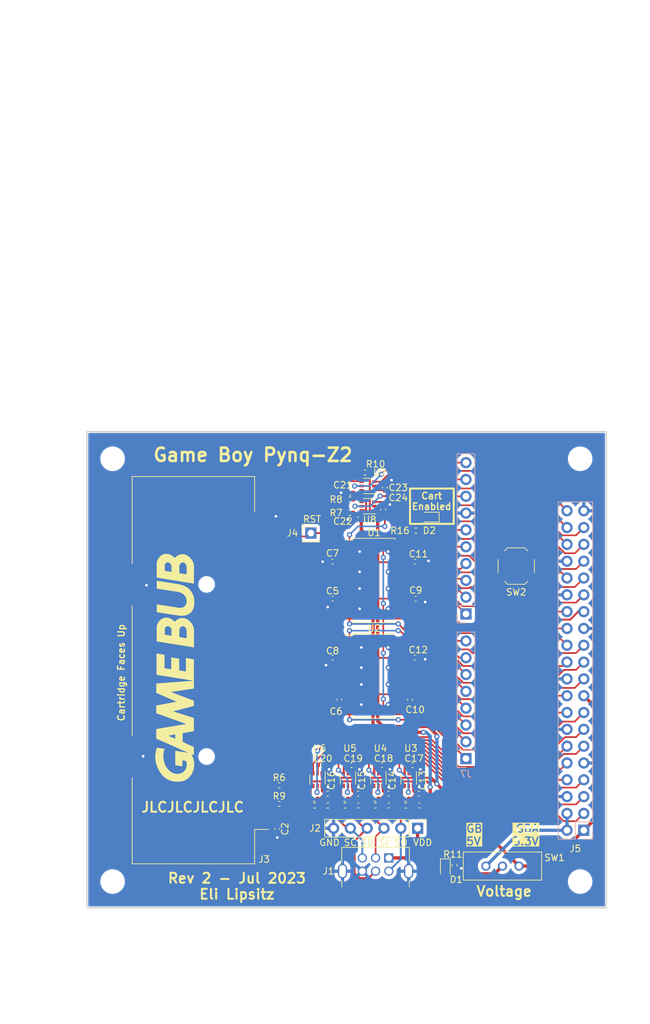
<source format=kicad_pcb>
(kicad_pcb (version 20221018) (generator pcbnew)
  (layers (0 "F.Cu" signal) (31 "B.Cu" power) (34 "B.Paste" user) (35 "F.Paste" user) (36 "B.SilkS" user "B.Silkscreen") (37 "F.SilkS" user "F.Silkscreen") (38 "B.Mask" user) (39 "F.Mask" user) (44 "Edge.Cuts" user))
  (net 0 "")
  (net 1 "VDD")
  (net 2 "GND")
  (net 3 "+3.3V")
  (net 4 "Link_SD")
  (net 5 "Link_SI")
  (net 6 "Link_SO")
  (net 7 "Net-(J1-SO)")
  (net 8 "Net-(J1-SI)")
  (net 9 "Net-(J1-SD)")
  (net 10 "Net-(J1-SC)")
  (net 11 "Cart_PHI")
  (net 12 "Net-(J3-~{WR})")
  (net 13 "Cart_~{RD}")
  (net 14 "Net-(J3-~{CS1}{slash}~{CS})")
  (net 15 "Cart_A0")
  (net 16 "Cart_A1")
  (net 17 "Cart_A2")
  (net 18 "Cart_A3")
  (net 19 "Cart_A4")
  (net 20 "Cart_A5")
  (net 21 "Cart_A6")
  (net 22 "Cart_A7")
  (net 23 "Cart_A8")
  (net 24 "Cart_A9")
  (net 25 "Cart_A10")
  (net 26 "Cart_A11")
  (net 27 "Cart_A12")
  (net 28 "Cart_A13")
  (net 29 "Cart_A14")
  (net 30 "Cart_A15")
  (net 31 "Cart_D0")
  (net 32 "Cart_D1")
  (net 33 "Cart_D2")
  (net 34 "Cart_D3")
  (net 35 "Cart_D4")
  (net 36 "Cart_D5")
  (net 37 "Cart_D6")
  (net 38 "+5V")
  (net 39 "Cart_D7")
  (net 40 "Net-(D1-K)")
  (net 41 "Net-(J3-~{CS2}{slash}~{RES})")
  (net 42 "Cart_VIN")
  (net 43 "Link_SC")
  (net 44 "Cart_~{CS}")
  (net 45 "Cart_~{RES}")
  (net 46 "Cart_~{WR}")
  (net 47 "Dir_D")
  (net 48 "Dir_A_Hi")
  (net 49 "~{OE}")
  (net 50 "Out_A8")
  (net 51 "Out_A9")
  (net 52 "Out_A10")
  (net 53 "Out_A11")
  (net 54 "Out_A12")
  (net 55 "Out_A13")
  (net 56 "Out_A14")
  (net 57 "Out_A15")
  (net 58 "Out_D0")
  (net 59 "Out_D1")
  (net 60 "Out_D2")
  (net 61 "Out_D3")
  (net 62 "Out_D4")
  (net 63 "Out_D5")
  (net 64 "Out_D6")
  (net 65 "Out_D7")
  (net 66 "Dir_A_Lo")
  (net 67 "Dir_Ctrl")
  (net 68 "Out_PHI")
  (net 69 "Out_~{WR}")
  (net 70 "Out_~{RD}")
  (net 71 "Out_~{CS}")
  (net 72 "Out_A0")
  (net 73 "Out_A1")
  (net 74 "Out_A2")
  (net 75 "Out_A3")
  (net 76 "Out_A4")
  (net 77 "Out_A5")
  (net 78 "Out_A6")
  (net 79 "Out_A7")
  (net 80 "Out_SO")
  (net 81 "Dir_SO")
  (net 82 "Out_SI")
  (net 83 "Dir_SI")
  (net 84 "Out_SD")
  (net 85 "Dir_SD")
  (net 86 "Out_SC")
  (net 87 "Dir_SC")
  (net 88 "Out_VIN")
  (net 89 "Dir_VIN")
  (net 90 "Out_~{RES}")
  (net 91 "Dir_~{RES}")
  (net 92 "Net-(D2-A)")
  (footprint "Resistor_SMD:R_0402_1005Metric" (layer "F.Cu") (at 163.853184 95.25 180)
    (fp_text reference "R14" hide)
    (fp_text value "10K")
  )
  (footprint "Misc:EG1218" (layer "F.Cu") (at 190.206 105.41 -90)
    (fp_text reference "SW1")
    (fp_text value "SW_SPDT" hide)
  )
  (footprint "Resistor_SMD:R_0402_1005Metric" (layer "F.Cu") (at 153.968 93.218)
    (fp_text reference "R6")
    (fp_text value "47R")
  )
  (footprint "Capacitor_SMD:C_0402_1005Metric" (layer "F.Cu") (at 170.533 96.266)
    (fp_text reference "C3" hide)
    (fp_text value "100pF")
  )
  (footprint "Connector_PinHeader_2.54mm:PinHeader_1x06_P2.54mm_Vertical" (layer "F.Cu") (at 174.879 99.695 -90)
    (fp_text reference "J2")
    (fp_text value "LinkPort_Breakout")
  )
  (footprint "Capacitor_SMD:C_0402_1005Metric" (layer "F.Cu") (at 169.926 48.232 -90)
    (fp_text reference "C23")
    (fp_text value "0.1uF")
  )
  (footprint "Capacitor_SMD:C_0402_1005Metric" (layer "F.Cu") (at 164.889 90.17)
    (fp_text reference "C19")
    (fp_text value "0.1uF")
  )
  (footprint "LED_SMD:LED_0603_1608Metric" (layer "F.Cu") (at 176.657 52.705 180)
    (fp_text reference "D2")
    (fp_text value "LED")
  )
  (footprint "Resistor_SMD:R_0402_1005Metric" (layer "F.Cu") (at 163.901 96.266)
    (fp_text reference "R4" hide)
    (fp_text value "330R")
  )
  (footprint "Capacitor_SMD:C_0402_1005Metric" (layer "F.Cu") (at 164.668 49.022)
    (fp_text reference "C21")
    (fp_text value "0.1uF")
  )
  (footprint "Resistor_SMD:R_0402_1005Metric" (layer "F.Cu") (at 164.648 50.038)
    (fp_text reference "R8")
    (fp_text value "22R")
  )
  (footprint "Capacitor_SMD:C_0402_1005Metric" (layer "F.Cu") (at 175.085184 94.488 180)
    (fp_text reference "C13")
    (fp_text value "0.1uF")
  )
  (footprint "Capacitor_SMD:C_0402_1005Metric" (layer "F.Cu") (at 165.885184 94.488 180)
    (fp_text reference "C15")
    (fp_text value "0.1uF")
  )
  (footprint "Capacitor_SMD:C_0402_1005Metric" (layer "F.Cu") (at 174.498 59.436)
    (fp_text reference "C11")
    (fp_text value "0.1uF")
  )
  (footprint "MountingHole:MountingHole_3.2mm_M3" (layer "F.Cu") (at 128.778 107.75)
    (fp_text reference "H1" hide)
    (fp_text value "MountingHole")
  )
  (footprint "Resistor_SMD:R_0402_1005Metric" (layer "F.Cu") (at 161.29 96.266)
    (fp_text reference "R1" hide)
    (fp_text value "100k")
  )
  (footprint "Capacitor_SMD:C_0402_1005Metric" (layer "F.Cu") (at 173.736 80.264 90)
    (fp_text reference "C10")
    (fp_text value "0.1uF")
  )
  (footprint "Package_TO_SOT_SMD:SOT-363_SC-70-6" (layer "F.Cu") (at 164.348 92.344 -90)
    (fp_text reference "U5")
    (fp_text value "SN74LVC1T45DCKR")
  )
  (footprint "Capacitor_SMD:C_0402_1005Metric" (layer "F.Cu") (at 174.47 73.914)
    (fp_text reference "C12")
    (fp_text value "0.1uF")
  )
  (footprint "Capacitor_SMD:C_0402_1005Metric" (layer "F.Cu") (at 162.024 65.024)
    (fp_text reference "C5")
    (fp_text value "0.1uF")
  )
  (footprint "Package_SO:TSSOP-48_6.1x12.5mm_P0.5mm" (layer "F.Cu") (at 168.3045 76.708)
    (fp_text reference "U2")
    (fp_text value "SN74LVCH16T245DGGR")
  )
  (footprint "Gekkio_Connector_PCBEdge:GameBoy_Cartridge_AGS_1x32-1MP_P1.50mm_Socket_Horizontal" (layer "F.Cu") (at 140.942 75.87 90)
    (fp_text reference "J3")
    (fp_text value "GBA_Cartridge_Slot")
  )
  (footprint "Resistor_SMD:R_0402_1005Metric" (layer "F.Cu") (at 168.453184 95.25 180)
    (fp_text reference "R13" hide)
    (fp_text value "10K")
  )
  (footprint "Package_TO_SOT_SMD:SOT-363_SC-70-6" (layer "F.Cu") (at 168.948 92.344 -90)
    (fp_text reference "U4")
    (fp_text value "SN74LVC1T45DCKR")
  )
  (footprint "Capacitor_SMD:C_0402_1005Metric" (layer "F.Cu") (at 175.133 96.266)
    (fp_text reference "C4" hide)
    (fp_text value "100pF")
  )
  (footprint "Resistor_SMD:R_0402_1005Metric" (layer "F.Cu") (at 166.934 45.974)
    (fp_text reference "R10")
    (fp_text value "100k")
  )
  (footprint "Resistor_SMD:R_0402_1005Metric" (layer "F.Cu") (at 174.625 54.737)
    (fp_text reference "R16")
    (fp_text value "3.3k")
  )
  (footprint "Capacitor_SMD:C_0402_1005Metric" (layer "F.Cu") (at 169.489 90.17)
    (fp_text reference "C18")
    (fp_text value "0.1uF")
  )
  (footprint "Package_SO:TSSOP-48_6.1x12.5mm_P0.5mm" (layer "F.Cu") (at 168.3045 62.265)
    (fp_text reference "U1")
    (fp_text value "SN74LVCH16T245DGGR")
  )
  (footprint "Resistor_SMD:R_0402_1005Metric" (layer "F.Cu") (at 159.301 96.266 180)
    (fp_text reference "R5" hide)
    (fp_text value "330R")
  )
  (footprint "Resistor_SMD:R_0402_1005Metric" (layer "F.Cu") (at 164.646 52.07)
    (fp_text reference "R7")
    (fp_text value "18k")
  )
  (footprint "MountingHole:MountingHole_3.2mm_M3" (layer "F.Cu") (at 199.45 107.75)
    (fp_text reference "H2" hide)
    (fp_text value "MountingHole")
  )
  (footprint "Capacitor_SMD:C_0402_1005Metric" (layer "F.Cu") (at 165.89 53.086)
    (fp_text reference "C22")
    (fp_text value "0.1uF")
  )
  (footprint "Capacitor_SMD:C_0402_1005Metric" (layer "F.Cu") (at 153.67 99.794 -90)
    (fp_text reference "C2")
    (fp_text value "0.1uF")
  )
  (footprint "Capacitor_SMD:C_0402_1005Metric" (layer "F.Cu") (at 162.024 59.436 180)
    (fp_text reference "C7")
    (fp_text value "0.1uF")
  )
  (footprint "MountingHole:MountingHole_3.2mm_M3" (layer "F.Cu") (at 128.778 43.894)
    (fp_text reference "H3" hide)
    (fp_text value "MountingHole")
  )
  (footprint "Package_TO_SOT_SMD:SOT-363_SC-70-6" (layer "F.Cu") (at 167.376 48.006 180)
    (fp_text reference "U7")
    (fp_text value "SN74LVC1T45DCKR")
  )
  (footprint "MountingHole:MountingHole_3.2mm_M3" (layer "F.Cu") (at 199.45 43.894)
    (fp_text reference "H4" hide)
    (fp_text value "MountingHole")
  )
  (footprint "Capacitor_SMD:C_0402_1005Metric" (layer "F.Cu") (at 165.933 96.266)
    (fp_text reference "C1" hide)
    (fp_text value "100pF")
  )
  (footprint "Capacitor_SMD:C_0402_1005Metric" (layer "F.Cu") (at 161.285184 94.488 180)
    (fp_text reference "C16")
    (fp_text value "0.1uF")
  )
  (footprint "Connector_PinHeader_2.54mm:PinHeader_1x01_P2.54mm_Vertical" (layer "F.Cu") (at 158.75 55.118)
    (fp_text reference "J4")
    (fp_text value "Conn_01x01")
  )
  (footprint "Button_Switch_SMD:SW_Push_1P1T_XKB_TS-1187A" (layer "F.Cu") (at 189.786 60.101)
    (fp_text reference "SW2")
    (fp_text value "SW_Push")
  )
  (footprint "Package_TO_SOT_SMD:SOT-363_SC-70-6" (layer "F.Cu") (at 159.748 92.344 -90)
    (fp_text reference "U6")
    (fp_text value "SN74LVC1T45DCKR")
  )
  (footprint "Resistor_SMD:R_0402_1005Metric" (layer "F.Cu") (at 153.968 96.012)
    (fp_text reference "R9")
    (fp_text value "47R")
  )
  (footprint "Capacitor_SMD:C_0402_1005Metric" (layer "F.Cu") (at 174.089 90.17)
    (fp_text reference "C17")
    (fp_text value "0.1uF")
  )
  (footprint "Capacitor_SMD:C_0402_1005Metric" (layer "F.Cu") (at 160.289 90.17)
    (fp_text reference "C20")
    (fp_text value "0.1uF")
  )
  (footprint "Gekkio_Connector:GameBoy_LinkPort_MGB_Horizontal" (layer "F.Cu") (at 170.529 104.18 -90)
    (fp_text reference "J1")
    (fp_text value "GameBoy_LinkPort")
  )
  (footprint "Resistor_SMD:R_0402_1005Metric" (layer "F.Cu") (at 173.053184 95.25 180)
    (fp_text reference "R12" hide)
    (fp_text value "10K")
  )
  (footprint "Capacitor_SMD:C_0402_1005Metric" (layer "F.Cu") (at 163.068 80.264 90)
    (fp_text reference "C6")
    (fp_text value "0.1uF")
  )
  (footprint "Capacitor_SMD:C_0402_1005Metric" (layer "F.Cu") (at 162.024 73.914 180)
    (fp_text reference "C8")
    (fp_text value "0.1uF")
  )
  (footprint "Capacitor_SMD:C_0402_1005Metric" (layer "F.Cu") (at 169.672 51.562 -90)
    (fp_text reference "C24")
    (fp_text value "0.1uF")
  )
  (footprint "Capacitor_SMD:C_0402_1005Metric" (layer "F.Cu") (at 170.485184 94.488 180)
    (fp_text reference "C14")
    (fp_text value "0.1uF")
  )
  (footprint "Capacitor_SMD:C_0402_1005Metric" (layer "F.Cu") (at 174.597 65.024 180)
    (fp_text reference "C9")
    (fp_text value "0.1uF")
  )
  (footprint "Resistor_SMD:R_0402_1005Metric" (layer "F.Cu") (at 173.101 96.266)
    (fp_text reference "R2" hide)
    (fp_text value "330R")
  )
  (footprint "Package_TO_SOT_SMD:SOT-363_SC-70-6" (layer "F.Cu") (at 167.376 51.054 180)
    (fp_text reference "U8")
    (fp_text value "SN74LVC1T45DCKR")
  )
  (footprint "LED_SMD:LED_0603_1608Metric" (layer "F.Cu") (at 179.07 105.804 -90)
    (fp_text reference "D1")
    (fp_text value "LED")
  )
  (footprint "Resistor_SMD:R_0402_1005Metric" (layer "F.Cu") (at 168.501 96.266)
    (fp_text reference "R3" hide)
    (fp_text value "330R")
  )
  (footprint "Resistor_SMD:R_0402_1005Metric" (layer "F.Cu") (at 180.467 105.283 90)
    (fp_text reference "R11")
    (fp_text value "3.3k")
  )
  (footprint "Package_TO_SOT_SMD:SOT-363_SC-70-6" (layer "F.Cu") (at 173.548 92.344 -90)
    (fp_text reference "U3")
    (fp_text value "SN74LVC1T45DCKR")
  )
  (footprint "Resistor_SMD:R_0402_1005Metric" (layer "F.Cu") (at 159.253184 95.25 180)
    (fp_text reference "R15" hide)
    (fp_text value "10K")
  )
  (footprint "Connector_PinHeader_2.54mm:PinHeader_1x10_P2.54mm_Vertical" (layer "B.Cu") (at 182.19 67.336)
    (fp_text reference "J6" hide)
    (fp_text value "Conn_01x10")
  )
  (footprint "Connector_PinHeader_2.54mm:PinHeader_1x08_P2.54mm_Vertical" (layer "B.Cu") (at 182.19 89.18)
    (fp_text reference "J7")
    (fp_text value "Conn_01x08")
  )
  (footprint "Connector_PinSocket_2.54mm:PinSocket_2x20_P2.54mm_Vertical" (layer "B.Cu") (at 200 100)
    (fp_text reference "J5")
    (fp_text value "Raspberry Pi 2x20 Connector")
  )
  (gr_poly (pts (xy 138.676746 66.377639) (xy 138.749066 66.387658) (xy 138.819568 66.394877) (xy 138.888252 66.399297) (xy 138.955118 66.400916) (xy 139.020165 66.399736) (xy 139.083394 66.395756) (xy 139.144805 66.388976) (xy 139.204398 66.379396) (xy 139.262173 66.367017) (xy 139.318129 66.351838) (xy 139.372267 66.333858) (xy 139.424587 66.31308) (xy 139.475089 66.289501) (xy 139.523773 66.263123) (xy 139.570638 66.233944) (xy 139.615685 66.201966) (xy 139.658444 66.167169) (xy 139.698444 66.130379) (xy 139.735686 66.091596) (xy 139.770169 66.050819) (xy 139.801893 66.00805) (xy 139.830859 65.963288) (xy 139.857066 65.916533) (xy 139.880515 65.867785) (xy 139.901204 65.817044) (xy 139.919135 65.76431) (xy 139.934308 65.709584) (xy 139.946722 65.652864) (xy 139.956377 65.594152) (xy 139.963274 65.533446) (xy 139.967411 65.470748) (xy 139.968791 65.406057) (xy 139.96738 65.338468) (xy 139.963148 65.272161) (xy 139.956095 65.207135) (xy 139.94622 65.143391) (xy 139.933524 65.080929) (xy 139.918007 65.019748) (xy 139.899668 64.959849) (xy 139.878508 64.901232) (xy 139.854527 64.843896) (xy 139.827724 64.787842) (xy 139.7981 64.73307) (xy 139.765654 64.679579) (xy 139.730388 64.62737) (xy 139.6923 64.576443) (xy 139.651391 64.526797) (xy 139.60766 64.478433) (xy 139.561328 64.431386) (xy 139.512613 64.386536) (xy 139.461515 64.343884) (xy 139.408035 64.30343) (xy 139.352173 64.265173) (xy 139.293928 64.229114) (xy 139.233301 64.195253) (xy 139.170291 64.16359) (xy 139.104899 64.134124) (xy 139.037125 64.106856) (xy 138.966967 64.081785) (xy 138.894428 64.058913) (xy 138.819506 64.038238) (xy 138.742201 64.019761) (xy 138.662514 64.003482) (xy 138.580445 63.9894) (xy 135.454663 63.501996) (xy 135.454663 62.322164) (xy 138.636621 62.81833) (xy 138.787782 62.844298) (xy 138.934303 62.874336) (xy 139.076185 62.908445) (xy 139.213427 62.946625) (xy 139.346029 62.988875) (xy 139.473993 63.035196) (xy 139.597316 63.085588) (xy 139.716 63.14005) (xy 139.830044 63.198583) (xy 139.939449 63.261187) (xy 140.044215 63.327861) (xy 140.14434 63.398607) (xy 140.239827 63.473423) (xy 140.330673 63.552309) (xy 140.416881 63.635267) (xy 140.498448 63.722295) (xy 140.57522 63.813024) (xy 140.647038 63.907087) (xy 140.713904 64.004483) (xy 140.775816 64.105212) (xy 140.832776 64.209273) (xy 140.884782 64.316669) (xy 140.931836 64.427397) (xy 140.973936 64.541458) (xy 141.011084 64.658853) (xy 141.043279 64.77958) (xy 141.07052 64.903641) (xy 141.092809 65.031035) (xy 141.110144 65.161762) (xy 141.122527 65.295823) (xy 141.129956 65.433216) (xy 141.132433 65.573943) (xy 141.129925 65.71229) (xy 141.122401 65.845935) (xy 141.109862 65.974878) (xy 141.092307 66.099118) (xy 141.069737 66.218656) (xy 141.04215 66.333493) (xy 141.009548 66.443627) (xy 140.971931 66.549059) (xy 140.929297 66.649789) (xy 140.881648 66.745817) (xy 140.828983 66.837142) (xy 140.771303 66.923766) (xy 140.708607 67.005687) (xy 140.640895 67.082907) (xy 140.568167 67.155424) (xy 140.490424 67.223239) (xy 140.407978 67.285513) (xy 140.321144 67.342256) (xy 140.229921 67.393467) (xy 140.134309 67.439147) (xy 140.034308 67.479295) (xy 139.929919 67.513912) (xy 139.821141 67.542997) (xy 139.707975 67.566551) (xy 139.590419 67.584574) (xy 139.468475 67.597065) (xy 139.342142 67.604025) (xy 139.21142 67.605453) (xy 139.07631 67.60135) (xy 138.936811 67.591715) (xy 138.792923 67.576549) (xy 138.644646 67.555852) (xy 135.454663 67.058435) (xy 135.454663 65.875217)) (fill solid) (layer "F.SilkS"))
  (gr_poly (pts (xy 135.255 88.646) (xy 135.283435 88.381911) (xy 135.33092 88.109427) (xy 135.398824 87.828626) (xy 135.488514 87.539588) (xy 135.695938 87.569724) (xy 135.900064 87.600634) (xy 136.268392 87.658866) (xy 136.635129 87.71963) (xy 136.571403 87.87881) (xy 136.519512 88.05024) (xy 136.479577 88.232175) (xy 136.451714 88.42287) (xy 136.436043 88.620581) (xy 136.432681 88.823562) (xy 136.441748 89.030069) (xy 136.463362 89.238356) (xy 136.49764 89.446677) (xy 136.544702 89.653289) (xy 136.604666 89.856446) (xy 136.67765 90.054404) (xy 136.763773 90.245416) (xy 136.863153 90.427738) (xy 136.975909 90.599625) (xy 137.037339 90.68111) (xy 137.102158 90.759332) (xy 137.184033 90.849469) (xy 137.266238 90.932671) (xy 137.348662 91.009158) (xy 137.431198 91.079152) (xy 137.513737 91.142874) (xy 137.596168 91.200544) (xy 137.678383 91.252383) (xy 137.760273 91.298613) (xy 137.84173 91.339454) (xy 137.922642 91.375126) (xy 138.002903 91.405852) (xy 138.082402 91.431851) (xy 138.161031 91.453344) (xy 138.23868 91.470553) (xy 138.31524 91.483699) (xy 138.390603 91.493002) (xy 138.464659 91.498682) (xy 138.537298 91.500962) (xy 138.608413 91.500061) (xy 138.677894 91.496201) (xy 138.811517 91.480487) (xy 138.937294 91.455587) (xy 139.054353 91.423266) (xy 139.161821 91.385293) (xy 139.258825 91.343434) (xy 139.344494 91.299457) (xy 139.405644 91.262851) (xy 139.463393 91.223466) (xy 139.517795 91.18146) (xy 139.568904 91.136991) (xy 139.616774 91.090217) (xy 139.66146 91.041295) (xy 139.703016 90.990383) (xy 139.741496 90.937639) (xy 139.776955 90.88322) (xy 139.809446 90.827283) (xy 139.839024 90.769988) (xy 139.865744 90.711491) (xy 139.889659 90.65195) (xy 139.910824 90.591522) (xy 139.94512 90.46864) (xy 139.969066 90.344104) (xy 139.983097 90.219178) (xy 139.987647 90.095122) (xy 139.98315 89.973197) (xy 139.97004 89.854666) (xy 139.948751 89.74079) (xy 139.919717 89.632831) (xy 139.883373 89.532049) (xy 139.31755 89.427025) (xy 139.31755 90.333234) (xy 138.257755 90.162195) (xy 138.257755 88.004696) (xy 140.314477 88.328772) (xy 138.257755 87.42092) (xy 138.257755 86.210282) (xy 138.257755 85.502118) (xy 137.162034 85.718167) (xy 138.257755 86.210282) (xy 138.257755 87.42092) (xy 135.392713 86.15627) (xy 135.392713 84.721939) (xy 139.958217 83.956761) (xy 135.392713 82.321385) (xy 135.392713 81.172118) (xy 138.491269 80.580981) (xy 135.392713 79.245675) (xy 135.392713 77.84735) (xy 141.062919 77.424253) (xy 141.062919 78.585521) (xy 137.545236 79.110643) (xy 141.041962 80.439948) (xy 141.041962 81.214128) (xy 137.883532 82.042319) (xy 141.041962 83.050552) (xy 141.041962 85.03101) (xy 139.350482 85.325078) (xy 139.350482 86.669388) (xy 141.041962 87.434565) (xy 141.041962 88.649845) (xy 140.65876 88.475804) (xy 140.65939 88.47908) (xy 140.660152 88.482175) (xy 140.661037 88.485121) (xy 140.662035 88.487948) (xy 140.663139 88.490687) (xy 140.664339 88.493369) (xy 140.665627 88.496025) (xy 140.666994 88.498685) (xy 140.673074 88.509984) (xy 140.674704 88.513128) (xy 140.67636 88.516461) (xy 140.678034 88.520013) (xy 140.679717 88.523816) (xy 140.771882 88.694329) (xy 140.852092 88.86632) (xy 140.920618 89.039371) (xy 140.977732 89.213061) (xy 141.023704 89.386971) (xy 141.058807 89.560682) (xy 141.083311 89.733772) (xy 141.097488 89.905823) (xy 141.10161 90.076414) (xy 141.095947 90.245127) (xy 141.080771 90.41154) (xy 141.056353 90.575235) (xy 141.022965 90.735792) (xy 140.980878 90.89279) (xy 140.930364 91.04581) (xy 140.871693 91.194433) (xy 140.805137 91.338238) (xy 140.730967 91.476806) (xy 140.649455 91.609716) (xy 140.560872 91.73655) (xy 140.46549 91.856887) (xy 140.363579 91.970308) (xy 140.255412 92.076393) (xy 140.141259 92.174722) (xy 140.021392 92.264875) (xy 139.896082 92.346432) (xy 139.7656 92.418974) (xy 139.630218 92.482082) (xy 139.490208 92.535334) (xy 139.34584 92.578312) (xy 139.197386 92.610595) (xy 139.045117 92.631765) (xy 138.913177 92.643557) (xy 138.783429 92.651376) (xy 138.655869 92.655242) (xy 138.530498 92.655172) (xy 138.407312 92.651186) (xy 138.286312 92.643303) (xy 138.167493 92.63154) (xy 138.050857 92.615917) (xy 137.936399 92.596452) (xy 137.82412 92.573165) (xy 137.714017 92.546072) (xy 137.606088 92.515195) (xy 137.500333 92.48055) (xy 137.396749 92.442157) (xy 137.295334 92.400034) (xy 137.196088 92.3542) (xy 137.099007 92.304674) (xy 137.004092 92.251475) (xy 136.91134 92.194621) (xy 136.820749 92.13413) (xy 136.732318 92.070022) (xy 136.646045 92.002315) (xy 136.561929 91.931028) (xy 136.479968 91.856179) (xy 136.40016 91.777787) (xy 136.322503 91.695872) (xy 136.246996 91.610451) (xy 136.173638 91.521543) (xy 136.102426 91.429167) (xy 136.03336 91.333342) (xy 135.966437 91.234086) (xy 135.901655 91.131417) (xy 135.808211 90.974246) (xy 135.717398 90.807729) (xy 135.630584 90.631947) (xy 135.549138 90.446978) (xy 135.474428 90.252902) (xy 135.407823 90.049797) (xy 135.350689 89.837742) (xy 135.304397 89.616818) (xy 135.270314 89.387102) (xy 135.249807 89.148675) (xy 135.244247 88.901614)) (stroke (width 0.029972)) (fill solid) (layer "F.SilkS"))
  (gr_poly (pts (xy 135.458496 59.661485) (xy 135.458497 59.661485) (xy 135.463585 59.586194) (xy 135.475379 59.507608) (xy 135.493725 59.426385) (xy 135.518472 59.343185) (xy 135.586553 59.173496) (xy 135.678399 59.00382) (xy 135.732851 58.920637) (xy 135.792786 58.839437) (xy 135.85805 58.760879) (xy 135.92849 58.685624) (xy 136.003954 58.614331) (xy 136.084288 58.547661) (xy 136.16934 58.486273) (xy 136.258957 58.430827) (xy 136.352985 58.381984) (xy 136.451273 58.340402) (xy 136.553666 58.306742) (xy 136.660011 58.281664) (xy 136.770157 58.265828) (xy 136.88395 58.259893) (xy 137.001237 58.264519) (xy 137.121865 58.280367) (xy 137.245681 58.308096) (xy 137.372533 58.348366) (xy 137.502267 58.401837) (xy 137.63473 58.469169) (xy 137.76977 58.551021) (xy 137.907233 58.648054) (xy 138.046966 58.760928) (xy 138.188818 58.890302) (xy 138.310859 58.764271) (xy 138.434259 58.655251) (xy 138.558674 58.562598) (xy 138.683761 58.485671) (xy 138.809177 58.423828) (xy 138.934579 58.376425) (xy 139.059623 58.342822) (xy 139.183967 58.322374) (xy 139.307267 58.314441) (xy 139.42918 58.31838) (xy 139.549363 58.333548) (xy 139.667473 58.359303) (xy 139.783167 58.395003) (xy 139.896101 58.440006) (xy 140.005932 58.49367) (xy 140.112318 58.555351) (xy 140.214914 58.624408) (xy 140.313378 58.700198) (xy 140.407368 58.78208) (xy 140.496538 58.86941) (xy 140.580547 58.961547) (xy 140.659051 59.057849) (xy 140.731707 59.157672) (xy 140.798173 59.260374) (xy 140.858103 59.365314) (xy 140.911157 59.471849) (xy 140.95699 59.579337) (xy 140.995259 59.687135) (xy 141.025621 59.794602) (xy 141.047733 59.901094) (xy 141.061252 60.00597) (xy 141.065835 60.108586) (xy 141.065835 62.728189) (xy 139.982088 62.554206) (xy 139.982088 61.368875) (xy 139.982088 60.342637) (xy 139.978859 60.249354) (xy 139.969446 60.161916) (xy 139.954262 60.080318) (xy 139.93372 60.004549) (xy 139.90823 59.934602) (xy 139.878206 59.870469) (xy 139.84406 59.812142) (xy 139.806204 59.759611) (xy 139.765049 59.71287) (xy 139.72101 59.671909) (xy 139.674497 59.636721) (xy 139.625922 59.607297) (xy 139.575699 59.583629) (xy 139.524239 59.565708) (xy 139.471955 59.553527) (xy 139.419258 59.547078) (xy 139.366562 59.546351) (xy 139.314277 59.551339) (xy 139.262818 59.562034) (xy 139.212594 59.578427) (xy 139.16402 59.60051) (xy 139.117507 59.628275) (xy 139.073467 59.661714) (xy 139.032313 59.700817) (xy 138.994457 59.745578) (xy 138.960311 59.795988) (xy 138.930287 59.852038) (xy 138.904797 59.913721) (xy 138.884254 59.981028) (xy 138.869071 60.053951) (xy 138.859658 60.132481) (xy 138.856429 60.216611) (xy 138.856429 61.188829) (xy 139.982088 61.368875) (xy 139.982088 62.554206) (xy 137.700833 62.187977) (xy 137.700833 61.005792) (xy 137.700833 60.201608) (xy 137.697827 60.129998) (xy 137.689066 60.062061) (xy 137.674932 59.997866) (xy 137.65581 59.937481) (xy 137.632083 59.880976) (xy 137.604135 59.828418) (xy 137.57235 59.779876) (xy 137.537111 59.73542) (xy 137.498803 59.695117) (xy 137.457808 59.659037) (xy 137.414511 59.627248) (xy 137.369296 59.599819) (xy 137.322546 59.576819) (xy 137.274644 59.558316) (xy 137.225975 59.544378) (xy 137.176923 59.535075) (xy 137.12787 59.530476) (xy 137.079201 59.530648) (xy 137.0313 59.535661) (xy 136.984549 59.545583) (xy 136.939334 59.560484) (xy 136.896037 59.580431) (xy 136.855042 59.605493) (xy 136.816734 59.635739) (xy 136.781495 59.671238) (xy 136.74971 59.712058) (xy 136.721763 59.758269) (xy 136.698036 59.809938) (xy 136.678913 59.867135) (xy 136.66478 59.929927) (xy 136.656018 59.998385) (xy 136.653012 60.072576) (xy 136.653012 60.828752) (xy 137.700833 61.005792) (xy 137.700833 62.187977) (xy 135.458496 61.827996) (xy 135.458496 61.839986) (xy 135.455128 60.985913) (xy 135.454707 60.26645)) (stroke (width 0.029972)) (fill solid) (layer "F.SilkS"))
  (gr_rect (start 173.736 48.387) (end 180.34 53.721) (stroke (width 0.3)) (fill none) (layer "F.SilkS"))
  (gr_poly (pts (xy 135.458577 69.298375) (xy 135.463665 69.223084) (xy 135.475459 69.144497) (xy 135.493805 69.063273) (xy 135.518552 68.980074) (xy 135.586633 68.810384) (xy 135.678479 68.640708) (xy 135.732931 68.557525) (xy 135.792866 68.476324) (xy 135.85813 68.397767) (xy 135.92857 68.322512) (xy 136.004034 68.25122) (xy 136.084368 68.18455) (xy 136.16942 68.123162) (xy 136.259037 68.067717) (xy 136.353065 68.018874) (xy 136.451352 67.977292) (xy 136.553745 67.943633) (xy 136.660091 67.918555) (xy 136.770237 67.902719) (xy 136.88403 67.896785) (xy 137.001317 67.901412) (xy 137.121945 67.91726) (xy 137.245761 67.944989) (xy 137.372613 67.985259) (xy 137.502347 68.038731) (xy 137.63481 68.106063) (xy 137.76985 68.187915) (xy 137.907313 68.284948) (xy 138.047047 68.397822) (xy 138.188898 68.527196) (xy 138.310939 68.401166) (xy 138.434339 68.292145) (xy 138.558754 68.199493) (xy 138.683841 68.122566) (xy 138.809257 68.060723) (xy 138.934658 68.01332) (xy 139.059703 67.979716) (xy 139.184046 67.959269) (xy 139.307346 67.951336) (xy 139.429259 67.955274) (xy 139.549442 67.970442) (xy 139.667552 67.996198) (xy 139.783246 68.031898) (xy 139.89618 68.076901) (xy 140.006011 68.130564) (xy 140.112396 68.192245) (xy 140.214993 68.261302) (xy 140.313457 68.337092) (xy 140.407446 68.418974) (xy 140.496617 68.506304) (xy 140.580626 68.598441) (xy 140.65913 68.694742) (xy 140.731786 68.794565) (xy 140.798251 68.897267) (xy 140.858182 69.002207) (xy 140.911235 69.108742) (xy 140.957068 69.21623) (xy 140.995337 69.324028) (xy 141.025699 69.431494) (xy 141.047811 69.537986) (xy 141.06133 69.642862) (xy 141.065913 69.745479) (xy 141.065913 72.365083) (xy 139.982168 72.191097) (xy 139.982168 71.005771) (xy 139.982168 69.979531) (xy 139.978939 69.886248) (xy 139.969526 69.798811) (xy 139.954343 69.717212) (xy 139.9338 69.641444) (xy 139.90831 69.571498) (xy 139.878286 69.507365) (xy 139.84414 69.449037) (xy 139.806284 69.396507) (xy 139.76513 69.349766) (xy 139.72109 69.308805) (xy 139.674577 69.273617) (xy 139.626002 69.244193) (xy 139.575779 69.220525) (xy 139.524319 69.202604) (xy 139.472035 69.190424) (xy 139.419338 69.183974) (xy 139.366642 69.183247) (xy 139.314358 69.188235) (xy 139.262898 69.19893) (xy 139.212675 69.215323) (xy 139.1641 69.237406) (xy 139.117587 69.265171) (xy 139.073547 69.298609) (xy 139.032393 69.337713) (xy 138.994537 69.382473) (xy 138.960391 69.432883) (xy 138.930367 69.488933) (xy 138.904877 69.550615) (xy 138.884334 69.617922) (xy 138.869151 69.690844) (xy 138.859738 69.769374) (xy 138.856509 69.853503) (xy 138.856509 70.825727) (xy 139.982168 71.005771) (xy 139.982168 72.191097) (xy 137.700913 71.824862) (xy 137.700913 70.642688) (xy 137.700913 69.838502) (xy 137.697907 69.766892) (xy 137.689146 69.698956) (xy 137.675012 69.634761) (xy 137.65589 69.574376) (xy 137.632163 69.517871) (xy 137.604215 69.465313) (xy 137.57243 69.416772) (xy 137.537191 69.372316) (xy 137.498883 69.332013) (xy 137.457888 69.295934) (xy 137.414592 69.264145) (xy 137.369376 69.236716) (xy 137.322626 69.213716) (xy 137.274724 69.195213) (xy 137.226055 69.181275) (xy 137.177003 69.171973) (xy 137.12795 69.167373) (xy 137.079281 69.167546) (xy 137.03138 69.172559) (xy 136.984629 69.182481) (xy 136.939414 69.197381) (xy 136.896117 69.217328) (xy 136.855123 69.242391) (xy 136.816814 69.272637) (xy 136.781576 69.308136) (xy 136.74979 69.348956) (xy 136.721843 69.395166) (xy 136.698116 69.446835) (xy 136.678994 69.504032) (xy 136.66486 69.566824) (xy 136.656098 69.635281) (xy 136.653092 69.709472) (xy 136.653092 70.465646) (xy 137.700913 70.642688) (xy 137.700913 71.824862) (xy 135.458577 71.464875) (xy 135.458577 71.476878) (xy 135.455209 70.622806) (xy 135.454788 69.903344)) (stroke (width 0.029972)) (fill solid) (layer "F.SilkS"))
  (gr_poly (pts (xy 136.632135 73.493344) (xy 136.632135 75.524814) (xy 137.63505 75.67785) (xy 137.63505 73.895436) (xy 138.847528 74.087484) (xy 138.847528 75.85489) (xy 139.85643 76.013929) (xy 139.85643 73.985458) (xy 141.065913 74.180505) (xy 141.065913 77.424253) (xy 135.419657 76.521043) (xy 135.419657 73.301299)) (fill solid) (layer "F.SilkS"))
  (gr_rect locked (start 124.909 39.8) (end 203.4 111.7) (stroke (width 0.2)) (fill none) (layer "Edge.Cuts"))
  (gr_text "Game Boy Pynq-Z2" (at 149.987 43.307) (layer "F.SilkS") (effects (font (size 2 2) (thickness 0.4))))
  (gr_text "VDD" (at 174.117 101.854) (layer "F.SilkS") (effects (font (size 1 1)) (justify left)))
  (gr_text "SC" (at 164.719 101.854) (layer "F.SilkS") (effects (font (size 1 1))))
  (gr_text "SI" (at 169.799 101.854) (layer "F.SilkS") (effects (font (size 1 1))))
  (gr_text "SD" (at 167.259 101.854) (layer "F.SilkS") (effects (font (size 1 1))))
  (gr_text "SO" (at 172.339 101.854) (layer "F.SilkS") (effects (font (size 1 1))))
  (gr_text "Cartridge Faces Up" (at 130.092 76.2 90) (layer "F.SilkS") (effects (font (size 1 1) (thickness 0.2))))
  (gr_text "GB\n5V" (at 182.118 100.711) (layer "F.SilkS" knockout) (effects (font (size 1.2 1.2) (thickness 0.2)) (justify left)))
  (gr_text "GBA\n3.3V" (at 193.294 100.711) (layer "F.SilkS" knockout) (effects (font (size 1.2 1.2) (thickness 0.2)) (justify right)))
  (gr_text "RST" (at 157.48 53.594) (layer "F.SilkS") (effects (font (size 1 1)) (justify left bottom)))
  (gr_text "JLCJLCJLCJLC" (at 140.887 96.52) (layer "F.SilkS") (effects (font (size 1.5 1.5) (thickness 0.3))))
  (gr_text "Rev 2 - Jul 2023\nEli Lipsitz" (at 147.574 108.458) (layer "F.SilkS") (effects (font (size 1.5 1.5) (thickness 0.3))))
  (gr_text "GND" (at 163.195 101.854) (layer "F.SilkS") (effects (font (size 1 1)) (justify right)))
  (gr_text "Cart\nEnabled" (at 176.9995 51.689) (layer "F.SilkS") (effects (font (size 1 1) (thickness 0.2) bold) (justify bottom)))
  (gr_text "Voltage" (at 187.96 109.22) (layer "F.SilkS") (effects (font (size 1.5 1.5) (thickness 0.3))))
  (segment (start 174.198 93.294) (end 174.198 94.080816) (width 0.25) (layer "F.Cu") (net 1))
  (segment (start 168.148 79.756) (end 168.148 73.66) (width 0.5) (layer "F.Cu") (net 1))
  (segment (start 173.843184 95.25) (end 174.605184 94.488) (width 0.25) (layer "F.Cu") (net 1))
  (segment (start 166.06 52.07) (end 166.426 51.704) (width 0.25) (layer "F.Cu") (net 1))
  (segment (start 160.398 92.622) (end 160.401 92.619) (width 0.3) (layer "F.Cu") (net 1))
  (segment (start 168.148 59.436) (end 168.148 56.388) (width 0.5) (layer "F.Cu") (net 1))
  (segment (start 157.988 98.806) (end 157.988 93.127) (width 0.3) (layer "F.Cu") (net 1))
  (segment (start 165.1 92.619) (end 161.073 92.619) (width 0.3) (layer "F.Cu") (net 1))
  (segment (start 159.763184 95.25) (end 160.043184 95.25) (width 0.25) (layer "F.Cu") (net 1))
  (segment (start 163.394 79.458) (end 164.592 79.458) (width 0.25) (layer "F.Cu") (net 1))
  (segment (start 176.784 93.127) (end 176.276 92.619) (width 0.3) (layer "F.Cu") (net 1))
  (segment (start 166.37 54.61) (end 166.37 53.086) (width 0.5) (layer "F.Cu") (net 1))
  (segment (start 164.998 93.294) (end 164.998 94.080816) (width 0.25) (layer "F.Cu") (net 1))
  (segment (start 164.998 93.294) (end 164.998 92.721) (width 0.3) (layer "F.Cu") (net 1))
  (segment (start 174.198 94.080816) (end 174.605184 94.488) (width 0.25) (layer "F.Cu") (net 1))
  (segment (start 160.398 94.080816) (end 160.805184 94.488) (width 0.25) (layer "F.Cu") (net 1))
  (segment (start 166.37 53.086) (end 166.37 51.76) (width 0.25) (layer "F.Cu") (net 1))
  (segment (start 161.073 92.619) (end 160.401 92.619) (width 0.3) (layer "F.Cu") (net 1))
  (segment (start 164.592 59.515) (end 168.069 59.515) (width 0.25) (layer "F.Cu") (net 1))
  (segment (start 169.243184 95.25) (end 170.005184 94.488) (width 0.25) (layer "F.Cu") (net 1))
  (segment (start 164.998 93.294) (end 164.998 94.080816) (width 0.25) (layer "F.Cu") (net 1))
  (segment (start 164.592 59.515) (end 162.583 59.515) (width 0.25) (layer "F.Cu") (net 1))
  (segment (start 175.006 104.18) (end 176.6585 104.18) (width 0.5) (layer "F.Cu") (net 1))
  (segment (start 174.879 104.053) (end 175.006 104.18) (width 0.5) (layer "F.Cu") (net 1))
  (segment (start 164.363184 95.25) (end 164.643184 95.25) (width 0.25) (layer "F.Cu") (net 1))
  (segment (start 164.998 94.080816) (end 165.405184 94.488) (width 0.25) (layer "F.Cu") (net 1))
  (segment (start 164.998 94.080816) (end 165.405184 94.488) (width 0.25) (layer "F.Cu") (net 1))
  (segment (start 164.363184 95.25) (end 164.643184 95.25) (width 0.25) (layer "F.Cu") (net 1))
  (segment (start 164.592 65.015) (end 168.139 65.015) (width 0.25) (layer "F.Cu") (net 1))
  (segment (start 151.192 99.12) (end 157.674 99.12) (width 0.3) (layer "F.Cu") (net 1))
  (segment (start 177.46325 104.98475) (end 179.07 106.5915) (width 0.5) (layer "F.Cu") (net 1))
  (segment (start 167.85 73.958) (end 168.148 73.66) (width 0.25) (layer "F.Cu") (net 1))
  (segment (start 160.043184 95.25) (end 160.805184 94.488) (width 0.25) (layer "F.Cu") (net 1))
  (segment (start 168.148 65.024) (end 168.148 59.436) (width 0.5) (layer "F.Cu") (net 1))
  (segment (start 173.482 92.619) (end 176.276 92.619) (width 0.3) (layer "F.Cu") (net 1))
  (segment (start 168.148 73.66) (end 168.148 65.024) (width 0.5) (layer "F.Cu") (net 1))
  (segment (start 163.068 79.784) (end 163.394 79.458) (width 0.25) (layer "F.Cu") (net 1))
  (segment (start 169.672 92.619) (end 173.482 92.619) (width 0.3) (layer "F.Cu") (net 1))
  (segment (start 176.6585 104.18) (end 177.46325 104.98475) (width 0.5) (layer "F.Cu") (net 1))
  (segment (start 167.101 49.331) (end 167.101 51.649) (width 0.3) (layer "F.Cu") (net 1))
  (segment (start 160.401 92.619) (end 158.496 92.619) (width 0.3) (layer "F.Cu") (net 1))
  (segment (start 160.043184 95.25) (end 160.805184 94.488) (width 0.25) (layer "F.Cu") (net 1))
  (segment (start 164.592 79.458) (end 167.85 79.458) (width 0.25) (layer "F.Cu") (net 1))
  (segment (start 174.148 92.619) (end 174.198 92.669) (width 0.3) (layer "F.Cu") (net 1))
  (segment (start 169.243184 95.25) (end 170.005184 94.488) (width 0.25) (layer "F.Cu") (net 1))
  (segment (start 169.598 94.080816) (end 170.005184 94.488) (width 0.25) (layer "F.Cu") (net 1))
  (segment (start 164.643184 95.25) (end 165.405184 94.488) (width 0.25) (layer "F.Cu") (net 1))
  (segment (start 168.5225 85.2105) (end 175.768 85.2105) (width 0.5) (layer "F.Cu") (net 1))
  (segment (start 174.198 94.080816) (end 174.605184 94.488) (width 0.25) (layer "F.Cu") (net 1))
  (segment (start 168.069 59.515) (end 168.148 59.436) (width 0.25) (layer "F.Cu") (net 1))
  (segment (start 173.843184 95.25) (end 174.605184 94.488) (width 0.25) (layer "F.Cu") (net 1))
  (segment (start 173.563184 95.25) (end 173.843184 95.25) (width 0.25) (layer "F.Cu") (net 1))
  (segment (start 160.398 94.080816) (end 160.805184 94.488) (width 0.25) (layer "F.Cu") (net 1))
  (segment (start 162.583 59.515) (end 162.504 59.436) (width 0.25) (layer "F.Cu") (net 1))
  (segment (start 169.672 93.22) (end 169.672 92.619) (width 0.3) (layer "F.Cu") (net 1))
  (segment (start 174.198 93.294) (end 174.198 94.080816) (width 0.25) (layer "F.Cu") (net 1))
  (segment (start 164.643184 95.25) (end 165.405184 94.488) (width 0.25) (layer "F.Cu") (net 1))
  (segment (start 174.879 99.695) (end 174.879 104.053) (width 0.5) (layer "F.Cu") (net 1))
  (segment (start 168.963184 95.25) (end 169.243184 95.25) (width 0.25) (layer "F.Cu") (net 1))
  (segment (start 162.513 65.015) (end 162.504 65.024) (width 0.25) (layer "F.Cu") (net 1))
  (segment (start 174.198 92.669) (end 174.198 93.294) (width 0.3) (layer "F.Cu") (net 1))
  (segment (start 165.148 49.022) (end 166.06 49.022) (width 0.25) (layer "F.Cu") (net 1))
  (segment (start 166.06 49.022) (end 166.426 48.656) (width 0.25) (layer "F.Cu") (net 1))
  (segment (start 164.592 73.958) (end 167.85 73.958) (width 0.25) (layer "F.Cu") (net 1))
  (segment (start 160.398 93.294) (end 160.398 94.080816) (width 0.25) (layer "F.Cu") (net 1))
  (segment (start 169.545 92.619) (end 169.672 92.619) (width 0.3) (layer "F.Cu") (net 1))
  (segment (start 168.139 65.015) (end 168.148 65.024) (width 0.25) (layer "F.Cu") (net 1))
  (segment (start 167.046 51.704) (end 166.426 51.704) (width 0.3) (layer "F.Cu") (net 1))
  (segment (start 168.963184 95.25) (end 169.243184 95.25) (width 0.25) (layer "F.Cu") (net 1))
  (segment (start 162.548 73.958) (end 164.592 73.958) (width 0.25) (layer "F.Cu") (net 1))
  (segment (start 167.85 79.458) (end 168.148 79.756) (width 0.25) (layer "F.Cu") (net 1))
  (segment (start 186.5245 106.5915) (end 179.07 106.5915) (width 0.5) (layer "F.Cu") (net 1))
  (segment (start 168.148 56.388) (end 166.37 54.61) (width 0.5) (layer "F.Cu") (net 1))
  (segment (start 168.148 84.836) (end 168.148 79.756) (width 0.5) (layer "F.Cu") (net 1))
  (segment (start 166.426 48.656) (end 167.101 49.331) (width 0.3) (layer "F.Cu") (net 1))
  (segment (start 160.398 93.294) (end 160.398 92.622) (width 0.3) (layer "F.Cu") (net 1))
  (segment (start 168.5225 85.2105) (end 168.148 84.836) (width 0.5) (layer "F.Cu") (net 1))
  (segment (start 159.763184 95.25) (end 160.043184 95.25) (width 0.25) (layer "F.Cu") (net 1))
  (segment (start 160.398 93.294) (end 160.398 94.080816) (width 0.25) (layer "F.Cu") (net 1))
  (segment (start 166.37 51.76) (end 166.426 51.704) (width 0.25) (layer "F.Cu") (net 1))
  (segment (start 173.482 92.619) (end 174.148 92.619) (width 0.3) (layer "F.Cu") (net 1))
  (segment (start 164.592 65.015) (end 162.513 65.015) (width 0.25) (layer "F.Cu") (net 1))
  (segment (start 179.07 106.5915) (end 176.784 104.3055) (width 0.5) (layer "F.Cu") (net 1))
  (segment (start 165.156 52.07) (end 166.06 52.07) (width 0.25) (layer "F.Cu") (net 1))
  (segment (start 165.1 92.619) (end 169.545 92.619) (width 0.3) (layer "F.Cu") (net 1))
  (segment (start 169.598 93.294) (end 169.598 94.080816) (width 0.25) (layer "F.Cu") (net 1))
  (segment (start 176.784 93.472) (end 176.784 93.127) (width 0.3) (layer "F.Cu") (net 1))
  (segment (start 169.598 94.080816) (end 170.005184 94.488) (width 0.25) (layer "F.Cu") (net 1))
  (segment (start 167.101 51.649) (end 167.046 51.704) (width 0.3) (layer "F.Cu") (net 1))
  (segment (start 157.674 99.12) (end 157.988 98.806) (width 0.3) (layer "F.Cu") (net 1))
  (segment (start 160.805184 94.488) (end 160.805184 95.271184) (width 0.25) (layer "F.Cu") (net 1))
  (segment (start 187.706 105.41) (end 186.5245 106.5915) (width 0.5) (layer "F.Cu") (net 1))
  (segment (start 173.563184 95.25) (end 173.843184 95.25) (width 0.25) (layer "F.Cu") (net 1))
  (segment (start 176.784 104.3055) (end 176.784 93.472) (width 0.5) (layer "F.Cu") (net 1))
  (segment (start 157.988 93.127) (end 158.496 92.619) (width 0.3) (layer "F.Cu") (net 1))
  (segment (start 164.998 92.721) (end 165.1 92.619) (width 0.3) (layer "F.Cu") (net 1))
  (segment (start 160.805184 95.271184) (end 161.8 96.266) (width 0.25) (layer "F.Cu") (net 1))
  (segment (start 162.504 73.914) (end 162.548 73.958) (width 0.25) (layer "F.Cu") (net 1))
  (segment (start 170.529 104.18) (end 175.006 104.18) (width 0.5) (layer "F.Cu") (net 1))
  (segment (start 169.598 93.294) (end 169.598 94.080816) (width 0.25) (layer "F.Cu") (net 1))
  (via (at 175.768 85.2105) (size 0.8) (drill 0.4) (layers "F.Cu" "B.Cu") (net 1))
  (via (at 176.784 93.472) (size 0.8) (drill 0.4) (layers "F.Cu" "B.Cu") (net 1))
  (segment (start 176.784 85.788) (end 176.2065 85.2105) (width 0.5) (layer "B.Cu") (net 1))
  (segment (start 176.784 93.472) (end 176.784 85.788) (width 0.5) (layer "B.Cu") (net 1))
  (segment (start 176.2065 85.2105) (end 175.768 85.2105) (width 0.5) (layer "B.Cu") (net 1))
  (segment (start 170.965184 93.904184) (end 170.533 93.472) (width 0.25) (layer "F.Cu") (net 2))
  (segment (start 163.282 80.958) (end 163.068 80.744) (width 0.25) (layer "F.Cu") (net 2))
  (segment (start 169.926 47.752) (end 170.307 47.752) (width 0.25) (layer "F.Cu") (net 2))
  (segment (start 175.565184 94.488) (end 175.565184 93.904184) (width 0.25) (layer "F.Cu") (net 2))
  (segment (start 160.436391 89.535) (end 161.206 89.535) (width 0.25) (layer "F.Cu") (net 2))
  (segment (start 159.809 91.333) (end 159.748 91.394) (width 0.25) (layer "F.Cu") (net 2))
  (segment (start 174.236391 89.535) (end 175.006 89.535) (width 0.25) (layer "F.Cu") (net 2))
  (segment (start 166.365184 94.488) (end 166.365184 93.904184) (width 0.25) (layer "F.Cu") (net 2))
  (segment (start 170.502 80.958) (end 170.434 81.026) (width 0.3) (layer "F.Cu") (net 2))
  (segment (start 159.809 90.162391) (end 160.436391 89.535) (width 0.25) (layer "F.Cu") (net 2))
  (segment (start 175.077 65.024) (end 175.514 65.024) (width 0.3) (layer "F.Cu") (net 2))
  (segment (start 164.409 90.17) (end 164.409 91.333) (width 0.25) (layer "F.Cu") (net 2))
  (segment (start 172.017 80.958) (end 172.017 80.458) (width 0.3) (layer "F.Cu") (net 2))
  (segment (start 170.502 72.458) (end 170.434 72.39) (width 0.3) (layer "F.Cu") (net 2))
  (segment (start 169.009 90.162391) (end 169.636391 89.535) (width 0.25) (layer "F.Cu") (net 2))
  (segment (start 170.489 61.015) (end 170.434 60.96) (width 0.3) (layer "F.Cu") (net 2))
  (segment (start 164.592 61.015) (end 166.061 61.015) (width 0.3) (layer "F.Cu") (net 2))
  (segment (start 166.101 63.515) (end 166.116 63.5) (width 0.3) (layer "F.Cu") (net 2))
  (segment (start 172.017 80.958) (end 173.522 80.958) (width 0.3) (layer "F.Cu") (net 2))
  (segment (start 164.188 49.022) (end 163.322 49.022) (width 0.25) (layer "F.Cu") (net 2))
  (segment (start 166.365184 93.904184) (end 165.933 93.472) (width 0.25) (layer "F.Cu") (net 2))
  (segment (start 174.95 73.914) (end 175.768 73.914) (width 0.3) (layer "F.Cu") (net 2))
  (segment (start 161.206 89.535) (end 161.4935 89.8225) (width 0.25) (layer "F.Cu") (net 2))
  (segment (start 161.544 65.024) (end 161.544 66.04) (width 0.3) (layer "F.Cu") (net 2))
  (segment (start 172.017 75.458) (end 170.454 75.458) (width 0.3) (layer "F.Cu") (net 2))
  (segment (start 169.009 91.333) (end 168.948 91.394) (width 0.25) (layer "F.Cu") (net 2))
  (segment (start 175.565184 94.488) (end 175.565184 93.904184) (width 0.25) (layer "F.Cu") (net 2))
  (segment (start 164.592 72.458) (end 166.302 72.458) (width 0.3) (layer "F.Cu") (net 2))
  (segment (start 169.636391 89.535) (end 170.406 89.535) (width 0.25) (layer "F.Cu") (net 2))
  (segment (start 173.609 90.17) (end 173.609 91.333) (width 0.25) (layer "F.Cu") (net 2))
  (segment (start 164.409 90.17) (end 164.409 91.333) (width 0.25) (layer "F.Cu") (net 2))
  (segment (start 164.592 80.458) (end 164.592 80.958) (width 0.3) (layer "F.Cu") (net 2))
  (segment (start 170.406 51.082) (end 170.688 50.8) (width 0.25) (layer "F.Cu") (net 2))
  (segment (start 174.978 59.436) (end 176.403 59.436) (width 0.25) (layer "F.Cu") (net 2))
  (segment (start 175.565184 93.904184) (end 175.133 93.472) (width 0.25) (layer "F.Cu") (net 2))
  (segment (start 169.644 51.054) (end 169.672 51.082) (width 0.25) (layer "F.Cu") (net 2))
  (segment (start 168.326 51.054) (end 169.644 51.054) (width 0.25) (layer "F.Cu") (net 2))
  (segment (start 166.365184 93.904184) (end 165.933 93.472) (width 0.25) (layer "F.Cu") (net 2))
  (segment (start 164.409 90.17) (end 164.409 90.162391) (width 0.25) (layer "F.Cu") (net 2))
  (segment (start 175.768 73.914) (end 176.022 74.168) (width 0.3) (layer "F.Cu") (net 2))
  (segment (start 172.017 80.458) (end 172.017 79.958) (width 0.3) (layer "F.Cu") (net 2))
  (segment (start 170.454 75.458) (end 170.434 75.438) (width 0.3) (layer "F.Cu") (net 2))
  (segment (start 166.302 72.458) (end 166.37 72.39) (width 0.3) (layer "F.Cu") (net 2))
  (segment (start 172.017 80.958) (end 170.502 80.958) (width 0.3) (layer "F.Cu") (net 2))
  (segment (start 161.4935 89.8225) (end 161.4935 90.800964) (width 0.25) (layer "F.Cu") (net 2))
  (segment (start 170.449 63.515) (end 170.434 63.5) (width 0.3) (layer "F.Cu") (net 2))
  (segment (start 170.965184 93.904184) (end 170.533 93.472) (width 0.25) (layer "F.Cu") (net 2))
  (segment (start 161.765184 94.488) (end 161.765184 93.904184) (width 0.25) (layer "F.Cu") (net 2))
  (segment (start 164.409 91.333) (end 164.348 91.394) (width 0.25) (layer "F.Cu") (net 2))
  (segment (start 164.592 58.015) (end 166.013 58.015) (width 0.3) (layer "F.Cu") (net 2))
  (segment (start 131.318 62.946) (end 133.856 62.946) (width 0.3) (layer "F.Cu") (net 2))
  (segment (start 166.302 80.958) (end 166.37 81.026) (width 0.3) (layer "F.Cu") (net 2))
  (segment (start 169.009 91.333) (end 168.948 91.394) (width 0.25) (layer "F.Cu") (net 2))
  (segment (start 161.765184 94.488) (end 161.765184 93.904184) (width 0.25) (layer "F.Cu") (net 2))
  (segment (start 170.6935 89.8225) (end 170.6935 90.800964) (width 0.25) (layer "F.Cu") (net 2))
  (segment (start 173.609 91.333) (end 173.548 91.394) (width 0.25) (layer "F.Cu") (net 2))
  (segment (start 175.2935 89.8225) (end 175.2935 90.800964) (width 0.25) (layer "F.Cu") (net 2))
  (segment (start 173.609 90.162391) (end 174.236391 89.535) (width 0.25) (layer "F.Cu") (net 2))
  (segment (start 172.017 81.458) (end 172.017 80.958) (width 0.3) (layer "F.Cu") (net 2))
  (segment (start 173.522 80.958) (end 173.736 80.744) (width 0.3) (layer "F.Cu") (net 2))
  (segment (start 170.454 77.958) (end 170.434 77.978) (width 0.3) (layer "F.Cu") (net 2))
  (segment (start 169.672 51.082) (end 170.406 51.082) (width 0.25) (layer "F.Cu") (net 2))
  (segment (start 175.565184 93.904184) (end 175.133 93.472) (width 0.25) (layer "F.Cu") (net 2))
  (segment (start 164.592 75.458) (end 166.35 75.458) (width 0.3) (layer "F.Cu") (net 2))
  (segment (start 164.409 91.333) (end 164.348 91.394) (width 0.25) (layer "F.Cu") (net 2))
  (segment (start 166.35 75.458) (end 166.37 75.438) (width 0.3) (layer "F.Cu") (net 2))
  (segment (start 169.009 90.17) (end 169.009 90.162391) (width 0.25) (layer "F.Cu") (net 2))
  (segment (start 160.436391 89.535) (end 161.206 89.535) (width 0.25) (layer "F.Cu") (net 2))
  (segment (start 173.609 91.333) (end 173.548 91.394) (width 0.25) (layer "F.Cu") (net 2))
  (segment (start 164.592 80.958) (end 166.302 80.958) (width 0.3) (layer "F.Cu") (net 2))
  (segment (start 161.4935 89.8225) (end 161.4935 90.800964) (width 0.25) (layer "F.Cu") (net 2))
  (segment (start 165.806 89.535) (end 166.0935 89.8225) (width 0.25) (layer "F.Cu") (net 2))
  (segment (start 172.017 61.015) (end 170.489 61.015) (width 0.3) (layer "F.Cu") (net 2))
  (segment (start 173.609 90.17) (end 173.609 90.162391) (width 0.25) (layer "F.Cu") (net 2))
  (segment (start 166.0935 89.8225) (end 166.0935 90.800964) (width 0.25) (layer "F.Cu") (net 2))
  (segment (start 130.81 88.87) (end 133.348 88.87) (width 0.3) (layer "F.Cu") (net 2))
  (segment (start 166.061 61.015) (end 166.116 60.96) (width 0.3) (layer "F.Cu") (net 2))
  (segment (start 164.592 81.458) (end 164.592 80.958) (width 0.3) (layer "F.Cu") (net 2))
  (segment (start 166.083 66.515) (end 166.116 66.548) (width 0.3) (layer "F.Cu") (net 2))
  (segment (start 172.017 77.958) (end 170.454 77.958) (width 0.3) (layer "F.Cu") (net 2))
  (segment (start 181.432 105.793) (end 181.483 105.742) (width 0.3) (layer "F.Cu") (net 2))
  (segment (start 151.192 52.62) (end 153.418 52.62) (width 0.25) (layer "F.Cu") (net 2))
  (segment (start 166.0935 89.8225) (end 166.0935 90.800964) (width 0.25) (layer "F.Cu") (net 2))
  (segment (start 168.326 48.006) (end 169.672 48.006) (width 0.25) (layer "F.Cu") (net 2))
  (segment (start 165.806 89.535) (end 166.0935 89.8225) (width 0.25) (layer "F.Cu") (net 2))
  (segment (start 172.017 63.515) (end 170.449 63.515) (width 0.3) (layer "F.Cu") (net 2))
  (segment (start 164.592 79.958) (end 164.592 80.458) (width 0.3) (layer "F.Cu") (net 2))
  (segment (start 172.017 58.015) (end 170.537 58.015) (width 0.3) (layer "F.Cu") (net 2))
  (segment (start 159.809 90.162391) (end 160.436391 89.535) (width 0.25) (layer "F.Cu") (net 2))
  (segment (start 166.365184 94.488) (end 166.365184 93.904184) (width 0.25) (layer "F.Cu") (net 2))
  (segment (start 172.017 81.958) (end 172.017 81.458) (width 0.3) (layer "F.Cu") (net 2))
  (segment (start 170.406 89.535) (end 170.6935 89.8225) (width 0.25) (layer "F.Cu") (net 2))
  (segment (start 161.544 59.436) (end 160.528 59.436) (width 0.3) (layer "F.Cu") (net 2))
  (segment (start 153.418 52.62) (end 153.46 52.578) (width 0.25) (layer "F.Cu") (net 2))
  (segment (start 164.409 90.17) (end 164.409 90.162391) (width 0.25) (layer "F.Cu") (net 2))
  (segment (start 164.409 90.162391) (end 165.036391 89.535) (width 0.25) (layer "F.Cu") (net 2))
  (segment (start 165.41 53.086) (end 164.338 53.086) (width 0.25) (layer "F.Cu") (net 2))
  (segment (start 161.544 74.549) (end 161.036 75.057) (width 0.25) (layer "F.Cu") (net 2))
  (segment (start 170.406 89.535) (end 170.6935 89.8225) (width 0.25) (layer "F.Cu") (net 2))
  (segment (start 170.537 58.015) (end 170.434 57.912) (width 0.3) (layer "F.Cu") (net 2))
  (segment (start 173.609 90.17) (end 173.609 91.333) (width 0.25) (layer "F.Cu") (net 2))
  (segment (start 166.013 58.015) (end 166.116 57.912) (width 0.3) (layer "F.Cu") (net 2))
  (segment (start 173.609 90.17) (end 173.609 90.162391) (width 0.25) (layer "F.Cu") (net 2))
  (segment (start 175.565184 94.488) (end 175.565184 96.218184) (width 0.25) (layer "F.Cu") (net 2))
  (segment (start 159.809 90.17) (end 159.809 91.333) (width 0.25) (layer "F.Cu") (net 2))
  (segment (start 164.592 63.515) (end 166.101 63.515) (width 0.3) (layer "F.Cu") (net 2))
  (segment (start 175.514 65.024) (end 176.022 65.532) (width 0.3) (layer "F.Cu") (net 2))
  (segment (start 164.592 66.515) (end 166.083 66.515) (width 0.3) (layer "F.Cu") (net 2))
  (segment (start 172.017 72.458) (end 170.502 72.458) (width 0.3) (layer "F.Cu") (net 2))
  (segment (start 173.609 90.162391) (end 174.236391 89.535) (width 0.25) (layer "F.Cu") (net 2))
  (segment (start 164.592 81.958) (end 164.592 81.458) (width 0.3) (layer "F.Cu") (net 2))
  (segment (start 175.2935 89.8225) (end 175.2935 90.800964) (width 0.25) (layer "F.Cu") (net 2))
  (segment (start 175.006 89.535) (end 175.2935 89.8225) (width 0.25) (layer "F.Cu") (net 2))
  (segment (start 164.592 77.958) (end 166.35 77.958) (width 0.3) (layer "F.Cu") (net 2))
  (segment (start 176.403 59.436) (end 176.53 59.309) (width 0.25) (layer "F.Cu") (net 2))
  (segment (start 170.965184 94.488) (end 170.965184 96.218184) (width 0.25) (layer "F.Cu") (net 2))
  (segment (start 161.206 89.535) (end 161.4935 89.8225) (width 0.25) (layer "F.Cu") (net 2))
  (segment (start 161.765184 93.904184) (end 161.333 93.472) (width 0.25) (layer "F.Cu") (net 2))
  (segment (start 170.6935 89.8225) (end 170.6935 90.800964) (width 0.25) (layer "F.Cu") (net 2))
  (segment (start 161.765184 93.904184) (end 161.333 93.472) (width 0.25) (layer "F.Cu") (net 2))
  (segment (start 180.467 105.793) (end 181.432 105.793) (width 0.3) (layer "F.Cu") (net 2))
  (segment (start 169.009 90.162391) (end 169.636391 89.535) (width 0.25) (layer "F.Cu") (net 2))
  (segment (start 159.809 90.17) (end 159.809 90.162391) (width 0.25) (layer "F.Cu") (net 2))
  (segment (start 166.35 77.958) (end 166.37 77.978) (width 0.3) (layer "F.Cu") (net 2))
  (segment (start 159.809 91.333) (end 159.748 91.394) (width 0.25) (layer "F.Cu") (net 2))
  (segment (start 175.565184 96.218184) (end 175.613 96.266) (width 0.25) (layer "F.Cu") (net 2))
  (segment (start 169.636391 89.535) (end 170.406 89.535) (width 0.25) (layer "F.Cu") (net 2))
  (segment (start 169.009 90.17) (end 169.009 91.333) (width 0.25) (layer "F.Cu") (net 2))
  (segment (start 170.965184 94.488) (end 170.965184 93.904184) (width 0.25) (layer "F.Cu") (net 2))
  (segment (start 165.036391 89.535) (end 165.806 89.535) (width 0.25) (layer "F.Cu") (net 2))
  (segment (start 153.67 100.274) (end 153.67 101.092) (width 0.25) (layer "F.Cu") (net 2))
  (segment (start 175.006 89.535) (end 175.2935 89.8225) (width 0.25) (layer "F.Cu") (net 2))
  (segment (start 159.809 90.17) (end 159.809 90.162391) (width 0.25) (layer "F.Cu") (net 2))
  (segment (start 161.544 73.914) (end 161.544 74.549) (width 0.25) (layer "F.Cu") (net 2))
  (segment (start 169.009 90.17) (end 169.009 90.162391) (width 0.25) (layer "F.Cu") (net 2))
  (segment (start 170.965184 94.488) (end 170.965184 93.904184) (width 0.25) (layer "F.Cu") (net 2))
  (segment (start 174.236391 89.535) (end 175.006 89.535) (width 0.25) (layer "F.Cu") (net 2))
  (segment (start 170.307 47.752) (end 170.942 47.117) (width 0.25) (layer "F.Cu") (net 2))
  (segment (start 172.017 66.515) (end 170.467 66.515) (width 0.3) (layer "F.Cu") (net 2))
  (segment (start 164.592 80.958) (end 163.282 80.958) (width 0.25) (layer "F.Cu") (net 2))
  (segment (start 169.672 48.006) (end 169.926 47.752) (width 0.25) (layer "F.Cu") (net 2))
  (segment (start 165.036391 89.535) (end 165.806 89.535) (width 0.25) (layer "F.Cu") (net 2))
  (segment (start 161.544 66.04) (end 161.29 66.294) (width 0.3) (layer "F.Cu") (net 2))
  (segment (start 170.467 66.515) (end 170.434 66.548) (width 0.3) (layer "F.Cu") (net 2))
  (segment (start 166.365184 94.488) (end 166.365184 96.218184) (width 0.25) (layer "F.Cu") (net 2))
  (segment (start 169.009 90.17) (end 169.009 91.333) (width 0.25) (layer "F.Cu") (net 2))
  (segment (start 159.809 90.17) (end 159.809 91.333) (width 0.25) (layer "F.Cu") (net 2))
  (segment (start 164.409 90.162391) (end 165.036391 89.535) (width 0.25) (layer "F.Cu") (net 2))
  (via (at 170.434 72.39) (size 0.8) (drill 0.4) (layers "F.Cu" "B.Cu") (net 2))
  (via (at 133.394 88.824) (size 0.8) (drill 0.4) (layers "F.Cu" "B.Cu") (net 2))
  (via (at 166.37 81.026) (size 0.8) (drill 0.4) (layers "F.Cu" "B.Cu") (net 2))
  (via (at 170.434 57.912) (size 0.8) (drill 0.4) (layers "F.Cu" "B.Cu") (net 2))
  (via (at 166.37 77.978) (size 0.8) (drill 0.4) (layers "F.Cu" "B.Cu") (net 2))
  (via (at 161.29 66.294) (size 0.8) (drill 0.4) (layers "F.Cu" "B.Cu") (net 2))
  (via (at 161.333 93.472) (size 0.8) (drill 0.4) (layers "F.Cu" "B.Cu") (net 2))
  (via (at 164.338 53.086) (size 0.8) (drill 0.4) (layers "F.Cu" "B.Cu") (net 2))
  (via (at 166.116 63.5) (size 0.8) (drill 0.4) (layers "F.Cu" "B.Cu") (net 2))
  (via (at 166.116 66.548) (size 0.8) (drill 0.4) (layers "F.Cu" "B.Cu") (net 2))
  (via (at 153.46 52.578) (size 0.8) (drill 0.4) (layers "F.Cu" "B.Cu") (net 2))
  (via (at 166.0935 90.800964) (size 0.8) (drill 0.4) (layers "F.Cu" "B.Cu") (net 2))
  (via (at 163.322 49.022) (size 0.8) (drill 0.4) (layers "F.Cu" "B.Cu") (net 2))
  (via (at 160.528 59.436) (size 0.8) (drill 0.4) (layers "F.Cu" "B.Cu") (net 2))
  (via (at 170.434 75.438) (size 0.8) (drill 0.4) (layers "F.Cu" "B.Cu") (net 2))
  (via (at 170.434 66.548) (size 0.8) (drill 0.4) (layers "F.Cu" "B.Cu") (net 2))
  (via (at 175.2935 90.800964) (size 0.8) (drill 0.4) (layers "F.Cu" "B.Cu") (net 2))
  (via (at 133.902 62.992) (size 0.8) (drill 0.4) (layers "F.Cu" "B.Cu") (net 2))
  (via (at 175.133 93.472) (size 0.8) (drill 0.4) (layers "F.Cu" "B.Cu") (net 2))
  (via (at 176.53 59.309) (size 0.8) (drill 0.4) (layers "F.Cu" "B.Cu") (net 2))
  (via (at 161.036 75.057) (size 0.8) (drill 0.4) (layers "F.Cu" "B.Cu") (net 2))
  (via (at 170.434 60.96) (size 0.8) (drill 0.4) (layers "F.Cu" "B.Cu") (net 2))
  (via (at 170.434 81.026) (size 0.8) (drill 0.4) (layers "F.Cu" "B.Cu") (net 2))
  (via (at 170.6935 90.800964) (size 0.8) (drill 0.4) (layers "F.Cu" "B.Cu") (net 2))
  (via (at 166.116 57.912) (size 0.8) (drill 0.4) (layers "F.Cu" "B.Cu") (net 2))
  (via (at 170.434 77.978) (size 0.8) (drill 0.4) (layers "F.Cu" "B.Cu") (net 2))
  (via (at 181.483 105.742) (size 0.8) (drill 0.4) (layers "F.Cu" "B.Cu") (net 2))
  (via (at 170.434 63.5) (size 0.8) (drill 0.4) (layers "F.Cu" "B.Cu") (net 2))
  (via (at 170.942 47.117) (size 0.8) (drill 0.4) (layers "F.Cu" "B.Cu") (net 2))
  (via (at 165.933 93.472) (size 0.8) (drill 0.4) (layers "F.Cu" "B.Cu") (net 2))
  (via (at 161.4935 90.800964) (size 0.8) (drill 0.4) (layers "F.Cu" "B.Cu") (net 2))
  (via (at 176.022 65.532) (size 0.8) (drill 0.4) (layers "F.Cu" "B.Cu") (net 2))
  (via (at 176.022 74.168) (size 0.8) (drill 0.4) (layers "F.Cu" "B.Cu") (net 2))
  (via (at 153.67 101.092) (size 0.8) (drill 0.4) (layers "F.Cu" "B.Cu") (net 2))
  (via (at 166.37 75.438) (size 0.8) (drill 0.4) (layers "F.Cu" "B.Cu") (net 2))
  (via (at 170.688 50.8) (size 0.8) (drill 0.4) (layers "F.Cu" "B.Cu") (net 2))
  (via (at 166.116 60.96) (size 0.8) (drill 0.4) (layers "F.Cu" "B.Cu") (net 2))
  (via (at 166.37 72.39) (size 0.8) (drill 0.4) (layers "F.Cu" "B.Cu") (net 2))
  (via (at 170.533 93.472) (size 0.8) (drill 0.4) (layers "F.Cu" "B.Cu") (net 2))
  (segment (start 175.2935 90.800964) (end 175.2935 90.5845) (width 0.25) (layer "B.Cu") (net 2))
  (segment (start 166.0935 90.800964) (end 166.0935 90.5845) (width 0.25) (layer "B.Cu") (net 2))
  (segment (start 170.6935 90.800964) (end 170.6935 90.5845) (width 0.25) (layer "B.Cu") (net 2))
  (segment (start 161.4935 90.800964) (end 161.4935 90.5845) (width 0.25) (layer "B.Cu") (net 2))
  (segment (start 166.0935 90.800964) (end 166.0935 90.5845) (width 0.25) (layer "B.Cu") (net 2))
  (segment (start 161.4935 90.800964) (end 161.4935 90.5845) (width 0.25) (layer "B.Cu") (net 2))
  (segment (start 175.2935 90.800964) (end 175.2935 90.5845) (width 0.25) (layer "B.Cu") (net 2))
  (segment (start 170.434 80.772) (end 170.434 81.026) (width 0.3) (layer "B.Cu") (net 2))
  (segment (start 170.6935 90.800964) (end 170.6935 90.5845) (width 0.25) (layer "B.Cu") (net 2))
  (segment (start 167.651 49.331) (end 167.651 46.181) (width 0.3) (layer "F.Cu") (net 3))
  (segment (start 173.946 73.958) (end 173.99 73.914) (width 0.25) (layer "F.Cu") (net 3))
  (segment (start 174.569 90.17) (end 174.569 91.023) (width 0.25) (layer "F.Cu") (net 3))
  (segment (start 160.769 91.023) (end 160.398 91.394) (width 0.25) (layer "F.Cu") (net 3))
  (segment (start 190.206 105.41) (end 194.59 105.41) (width 0.5) (layer "F.Cu") (net 3))
  (segment (start 201.93 98.07) (end 200 100) (width 0.5) (layer "F.Cu") (net 3))
  (segment (start 168.848 52.866) (end 169.672 52.042) (width 0.5) (layer "F.Cu") (net 3))
  (segment (start 172.017 65.015) (end 168.857 65.015) (width 0.25) (layer "F.Cu") (net 3))
  (segment (start 177.8 85.603172) (end 176.524828 84.328) (width 0.5) (layer "F.Cu") (net 3))
  (segment (start 173.41 79.458) (end 173.736 79.784) (width 0.25) (layer "F.Cu") (net 3))
  (segment (start 169.545 92.075) (end 165.679 92.075) (width 0.3) (layer "F.Cu") (net 3))
  (segment (start 168.326 48.656) (end 167.651 49.331) (width 0.3) (layer "F.Cu") (net 3))
  (segment (start 172.017 59.515) (end 168.927 59.515) (width 0.25) (layer "F.Cu") (net 3))
  (segment (start 190.206 105.41) (end 176.871 92.075) (width 0.5) (layer "F.Cu") (net 3))
  (segment (start 169.969 91.023) (end 169.598 91.394) (width 0.25) (layer "F.Cu") (net 3))
  (segment (start 165.369 91.023) (end 164.998 91.394) (width 0.25) (layer "F.Cu") (net 3))
  (segment (start 169.969 90.17) (end 169.969 91.023) (width 0.25) (layer "F.Cu") (net 3))
  (segment (start 168.857 65.015) (end 168.848 65.024) (width 0.25) (layer "F.Cu") (net 3))
  (segment (start 165.679 92.075) (end 164.973 92.075) (width 0.3) (layer "F.Cu") (net 3))
  (segment (start 169.058 79.458) (end 168.848 79.248) (width 0.25) (layer "F.Cu") (net 3))
  (segment (start 168.848 59.436) (end 168.848 55.372) (width 0.5) (layer "F.Cu") (net 3))
  (segment (start 167.651 46.181) (end 167.444 45.974) (width 0.3) (layer "F.Cu") (net 3))
  (segment (start 169.969 90.17) (end 169.969 91.023) (width 0.25) (layer "F.Cu") (net 3))
  (segment (start 168.848 73.66) (end 168.848 65.024) (width 0.5) (layer "F.Cu") (net 3))
  (segment (start 160.769 90.17) (end 160.769 91.023) (width 0.25) (layer "F.Cu") (net 3))
  (segment (start 169.146 73.958) (end 168.848 73.66) (width 0.25) (layer "F.Cu") (net 3))
  (segment (start 172.017 79.458) (end 169.058 79.458) (width 0.25) (layer "F.Cu") (net 3))
  (segment (start 174.569 90.17) (end 174.569 91.023) (width 0.25) (layer "F.Cu") (net 3))
  (segment (start 176.524828 84.328) (end 169.672 84.328) (width 0.5) (layer "F.Cu") (net 3))
  (segment (start 172.017 59.515) (end 173.939 59.515) (width 0.25) (layer "F.Cu") (net 3))
  (segment (start 168.848 83.504) (end 168.848 79.248) (width 0.5) (layer "F.Cu") (net 3))
  (segment (start 169.598 91.394) (end 169.598 92.022) (width 0.3) (layer "F.Cu") (net 3))
  (segment (start 172.017 79.458) (end 173.41 79.458) (width 0.25) (layer "F.Cu") (net 3))
  (segment (start 160.769 91.023) (end 160.398 91.394) (width 0.25) (layer "F.Cu") (net 3))
  (segment (start 168.326 51.704) (end 169.334 51.704) (width 0.25) (layer "F.Cu") (net 3))
  (segment (start 168.927 59.515) (end 168.848 59.436) (width 0.25) (layer "F.Cu") (net 3))
  (segment (start 200 79.68) (end 201.93 81.61) (width 0.5) (layer "F.Cu") (net 3))
  (segment (start 169.87 48.656) (end 169.926 48.712) (width 0.25) (layer "F.Cu") (net 3))
  (segment (start 168.326 48.656) (end 169.87 48.656) (width 0.25) (layer "F.Cu") (net 3))
  (segment (start 174.142 92.075) (end 176.871 92.075) (width 0.3) (layer "F.Cu") (net 3))
  (segment (start 170.279 92.075) (end 169.545 92.075) (width 0.3) (layer "F.Cu") (net 3))
  (segment (start 173.609 92.075) (end 170.279 92.075) (width 0.3) (layer "F.Cu") (net 3))
  (segment (start 168.848 79.248) (end 168.848 73.66) (width 0.5) (layer "F.Cu") (net 3))
  (segment (start 174.198 91.394) (end 174.198 92.019) (width 0.3) (layer "F.Cu") (net 3))
  (segment (start 174.198 92.019) (end 174.142 92.075) (width 0.3) (layer "F.Cu") (net 3))
  (segment (start 167.651 51.654) (end 167.701 51.704) (width 0.3) (layer "F.Cu") (net 3))
  (segment (start 173.48 55.372) (end 168.848 55.372) (width 0.25) (layer "F.Cu") (net 3))
  (segment (start 167.701 51.704) (end 168.326 51.704) (width 0.3) (layer "F.Cu") (net 3))
  (segment (start 169.672 84.328) (end 168.848 83.504) (width 0.5) (layer "F.Cu") (net 3))
  (segment (start 172.017 73.958) (end 173.946 73.958) (width 0.25) (layer "F.Cu") (net 3))
  (segment (start 165.369 91.023) (end 164.998 91.394) (width 0.25) (layer "F.Cu") (net 3))
  (segment (start 194.59 105.41) (end 200 100) (width 0.5) (layer "F.Cu") (net 3))
  (segment (start 165.369 90.17) (end 165.369 91.023) (width 0.25) (layer "F.Cu") (net 3))
  (segment (start 172.017 73.958) (end 169.146 73.958) (width 0.25) (layer "F.Cu") (net 3))
  (segment (start 201.93 81.61) (end 201.93 98.07) (width 0.5) (layer "F.Cu") (net 3))
  (segment (start 164.998 91.394) (end 164.998 92.05) (width 0.3) (layer "F.Cu") (net 3))
  (segment (start 168.848 65.024) (end 168.848 59.436) (width 0.5) (layer "F.Cu") (net 3))
  (segment (start 174.108 65.015) (end 174.117 65.024) (width 0.25) (layer "F.Cu") (net 3))
  (segment (start 174.569 91.023) (end 174.198 91.394) (width 0.25) (layer "F.Cu") (net 3))
  (segment (start 173.939 59.515) (end 174.018 59.436) (width 0.25) (layer "F.Cu") (net 3))
  (segment (start 169.969 91.023) (end 169.598 91.394) (width 0.25) (layer "F.Cu") (net 3))
  (segment (start 174.142 92.075) (end 173.609 92.075) (width 0.3) (layer "F.Cu") (net 3))
  (segment (start 167.651 49.331) (end 167.651 51.654) (width 0.3) (layer "F.Cu") (net 3))
  (segment (start 174.115 54.737) (end 173.48 55.372) (width 0.25) (layer "F.Cu") (net 3))
  (segment (start 160.398 92.072) (end 160.398 91.394) (width 0.3) (layer "F.Cu") (net 3))
  (segment (start 168.848 55.372) (end 168.848 52.866) (width 0.5) (layer "F.Cu") (net 3))
  (segment (start 165.369 90.17) (end 165.369 91.023) (width 0.25) (layer "F.Cu") (net 3))
  (segment (start 174.569 91.023) (end 174.198 91.394) (width 0.25) (layer "F.Cu") (net 3))
  (segment (start 164.973 92.075) (end 160.401 92.075) (width 0.3) (layer "F.Cu") (net 3))
  (segment (start 160.769 90.17) (end 160.769 91.023) (width 0.25) (layer "F.Cu") (net 3))
  (segment (start 177.8 85.852) (end 177.8 85.603172) (width 0.5) (layer "F.Cu") (net 3))
  (segment (start 164.998 92.05) (end 164.973 92.075) (width 0.3) (layer "F.Cu") (net 3))
  (segment (start 172.017 65.015) (end 174.108 65.015) (width 0.25) (layer "F.Cu") (net 3))
  (segment (start 160.401 92.075) (end 160.398 92.072) (width 0.3) (layer "F.Cu") (net 3))
  (segment (start 169.598 92.022) (end 169.545 92.075) (width 0.3) (layer "F.Cu") (net 3))
  (segment (start 169.334 51.704) (end 169.672 52.042) (width 0.25) (layer "F.Cu") (net 3))
  (via (at 177.78 92.984) (size 0.8) (drill 0.4) (layers "F.Cu" "B.Cu") (net 3))
  (via (at 177.8 85.852) (size 0.8) (drill 0.4) (layers "F.Cu" "B.Cu") (net 3))
  (segment (start 177.8 92.964) (end 177.8 85.852) (width 0.5) (layer "B.Cu") (net 3))
  (segment (start 177.78 92.984) (end 177.8 92.964) (width 0.5) (layer "B.Cu") (net 3))
  (segment (start 164.411 96.266) (end 165.453 96.266) (width 0.25) (layer "F.Cu") (net 4))
  (segment (start 163.343184 95.25) (end 163.343184 93.648816) (width 0.25) (layer "F.Cu") (net 4))
  (segment (start 163.392646 95.25) (end 164.408646 96.266) (width 0.25) (layer "F.Cu") (net 4))
  (segment (start 163.343184 93.648816) (end 163.698 93.294) (width 0.25) (layer "F.Cu") (net 4))
  (segment (start 163.343184 93.648816) (end 163.698 93.294) (width 0.25) (layer "F.Cu") (net 4))
  (segment (start 163.343184 95.25) (end 163.343184 93.648816) (width 0.25) (layer "F.Cu") (net 4))
  (segment (start 169.011 96.266) (end 170.053 96.266) (width 0.25) (layer "F.Cu") (net 5))
  (segment (start 167.943184 95.25) (end 167.943184 93.648816) (width 0.25) (layer "F.Cu") (net 5))
  (segment (start 167.943184 93.648816) (end 168.298 93.294) (width 0.25) (layer "F.Cu") (net 5))
  (segment (start 167.992646 95.25) (end 169.008646 96.266) (width 0.25) (layer "F.Cu") (net 5))
  (segment (start 167.943184 93.648816) (end 168.298 93.294) (width 0.25) (layer "F.Cu") (net 5))
  (segment (start 167.943184 95.25) (end 167.943184 93.648816) (width 0.25) (layer "F.Cu") (net 5))
  (segment (start 172.543184 93.648816) (end 172.898 93.294) (width 0.25) (layer "F.Cu") (net 6))
  (segment (start 173.608646 96.266) (end 173.611 96.266) (width 0.25) (layer "F.Cu") (net 6))
  (segment (start 173.611 96.266) (end 174.653 96.266) (width 0.25) (layer "F.Cu") (net 6))
  (segment (start 172.543184 95.25) (end 172.543184 93.648816) (width 0.25) (layer "F.Cu") (net 6))
  (segment (start 172.543184 95.25) (end 172.592646 95.25) (width 0.25) (layer "F.Cu") (net 6))
  (segment (start 172.592646 95.25) (end 173.608646 96.266) (width 0.25) (layer "F.Cu") (net 6))
  (segment (start 172.591 96.266) (end 172.339 96.518) (width 0.3) (layer "F.Cu") (net 7))
  (segment (start 172.339 96.518) (end 172.339 99.695) (width 0.3) (layer "F.Cu") (net 7))
  (segment (start 170.529 106.18) (end 172.339 104.37) (width 0.3) (layer "B.Cu") (net 7))
  (segment (start 172.339 104.37) (end 172.339 99.695) (width 0.3) (layer "B.Cu") (net 7))
  (segment (start 167.991 97.887) (end 169.799 99.695) (width 0.3) (layer "F.Cu") (net 8))
  (segment (start 168.529 104.18) (end 168.529 100.965) (width 0.25) (layer "F.Cu") (net 8))
  (segment (start 167.991 96.266) (end 167.991 97.887) (width 0.3) (layer "F.Cu") (net 8))
  (segment (start 168.529 100.965) (end 169.799 99.695) (width 0.25) (layer "F.Cu") (net 8))
  (segment (start 168.529 106.18) (end 167.479 107.23) (width 0.3) (layer "F.Cu") (net 9))
  (segment (start 167.479 107.23) (end 166.094075 107.23) (width 0.3) (layer "F.Cu") (net 9))
  (segment (start 163.391 96.266) (end 166.82 99.695) (width 0.3) (layer "F.Cu") (net 9))
  (segment (start 165.354 106.489925) (end 165.354 101.6) (width 0.3) (layer "F.Cu") (net 9))
  (segment (start 165.354 101.6) (end 167.259 99.695) (width 0.3) (layer "F.Cu") (net 9))
  (segment (start 166.82 99.695) (end 167.259 99.695) (width 0.3) (layer "F.Cu") (net 9))
  (segment (start 166.094075 107.23) (end 165.354 106.489925) (width 0.3) (layer "F.Cu") (net 9))
  (segment (start 164.209 99.695) (end 164.719 99.695) (width 0.3) (layer "F.Cu") (net 10))
  (segment (start 160.78 96.266) (end 164.209 99.695) (width 0.3) (layer "F.Cu") (net 10))
  (segment (start 159.811 96.266) (end 160.78 96.266) (width 0.25) (layer "F.Cu") (net 10))
  (segment (start 166.529 101.505) (end 164.719 99.695) (width 0.3) (layer "B.Cu") (net 10))
  (segment (start 166.529 104.18) (end 166.529 101.505) (width 0.3) (layer "B.Cu") (net 10))
  (segment (start 157.513 84.371391) (end 162.926391 78.958) (width 0.25) (layer "F.Cu") (net 11))
  (segment (start 157.513 97.282) (end 157.513 84.371391) (width 0.25) (layer "F.Cu") (net 11))
  (segment (start 157.175 97.62) (end 157.513 97.282) (width 0.25) (layer "F.Cu") (net 11))
  (segment (start 151.192 97.62) (end 157.175 97.62) (width 0.25) (layer "F.Cu") (net 11))
  (segment (start 162.926391 78.958) (end 164.592 78.958) (width 0.25) (layer "F.Cu") (net 11))
  (segment (start 151.192 96.12) (end 153.35 96.12) (width 0.25) (layer "F.Cu") (net 12))
  (segment (start 153.35 96.12) (end 153.458 96.012) (width 0.25) (layer "F.Cu") (net 12))
  (segment (start 151.192 94.62) (end 154.808 94.62) (width 0.25) (layer "F.Cu") (net 13))
  (segment (start 156.613 83.998599) (end 163.153599 77.458) (width 0.25) (layer "F.Cu") (net 13))
  (segment (start 163.153599 77.458) (end 164.592 77.458) (width 0.25) (layer "F.Cu") (net 13))
  (segment (start 156.613 92.815) (end 156.613 83.998599) (width 0.25) (layer "F.Cu") (net 13))
  (segment (start 154.808 94.62) (end 156.613 92.815) (width 0.25) (layer "F.Cu") (net 13))
  (segment (start 153.36 93.12) (end 153.458 93.218) (width 0.25) (layer "F.Cu") (net 14))
  (segment (start 151.192 93.12) (end 153.36 93.12) (width 0.25) (layer "F.Cu") (net 14))
  (segment (start 154.76 91.62) (end 155.702 90.678) (width 0.25) (layer "F.Cu") (net 15))
  (segment (start 155.702 83.636807) (end 162.880807 76.458) (width 0.25) (layer "F.Cu") (net 15))
  (segment (start 162.880807 76.458) (end 164.592 76.458) (width 0.25) (layer "F.Cu") (net 15))
  (segment (start 155.702 90.678) (end 155.702 83.636807) (width 0.25) (layer "F.Cu") (net 15))
  (segment (start 151.192 91.62) (end 154.76 91.62) (width 0.25) (layer "F.Cu") (net 15))
  (segment (start 155.252 83.450411) (end 162.744411 75.958) (width 0.25) (layer "F.Cu") (net 16))
  (segment (start 154.794 90.12) (end 155.252 89.662) (width 0.25) (layer "F.Cu") (net 16))
  (segment (start 151.192 90.12) (end 154.794 90.12) (width 0.25) (layer "F.Cu") (net 16))
  (segment (start 155.252 89.662) (end 155.252 83.450411) (width 0.25) (layer "F.Cu") (net 16))
  (segment (start 162.744411 75.958) (end 164.592 75.958) (width 0.25) (layer "F.Cu") (net 16))
  (segment (start 154.802 83.264015) (end 163.108015 74.958) (width 0.25) (layer "F.Cu") (net 17))
  (segment (start 151.192 88.62) (end 154.066 88.62) (width 0.25) (layer "F.Cu") (net 17))
  (segment (start 163.108015 74.958) (end 164.592 74.958) (width 0.25) (layer "F.Cu") (net 17))
  (segment (start 154.802 87.884) (end 154.802 83.264015) (width 0.25) (layer "F.Cu") (net 17))
  (segment (start 154.066 88.62) (end 154.802 87.884) (width 0.25) (layer "F.Cu") (net 17))
  (segment (start 154.352 83.077619) (end 155.671809 81.757809) (width 0.25) (layer "F.Cu") (net 18))
  (segment (start 152.576 87.12) (end 154.352 85.344) (width 0.25) (layer "F.Cu") (net 18))
  (segment (start 151.192 87.12) (end 152.576 87.12) (width 0.25) (layer "F.Cu") (net 18))
  (segment (start 155.671809 81.757809) (end 162.971619 74.458) (width 0.25) (layer "F.Cu") (net 18))
  (segment (start 154.352 85.344) (end 154.352 83.077619) (width 0.25) (layer "F.Cu") (net 18))
  (segment (start 162.971619 74.458) (end 164.592 74.458) (width 0.25) (layer "F.Cu") (net 18))
  (segment (start 163.195 73.279) (end 163.374 73.458) (width 0.25) (layer "F.Cu") (net 19))
  (segment (start 159.671611 77.121611) (end 159.671611 74.81878) (width 0.25) (layer "F.Cu") (net 19))
  (segment (start 152.356 85.62) (end 153.902 84.074) (width 0.25) (layer "F.Cu") (net 19))
  (segment (start 161.211391 73.279) (end 163.195 73.279) (width 0.25) (layer "F.Cu") (net 19))
  (segment (start 153.902 82.891223) (end 159.671611 77.121611) (width 0.25) (layer "F.Cu") (net 19))
  (segment (start 159.671611 74.81878) (end 161.211391 73.279) (width 0.25) (layer "F.Cu") (net 19))
  (segment (start 163.374 73.458) (end 164.592 73.458) (width 0.25) (layer "F.Cu") (net 19))
  (segment (start 153.902 84.074) (end 153.902 82.891223) (width 0.25) (layer "F.Cu") (net 19))
  (segment (start 163.507 72.829) (end 163.636 72.958) (width 0.25) (layer "F.Cu") (net 20))
  (segment (start 163.636 72.958) (end 164.592 72.958) (width 0.25) (layer "F.Cu") (net 20))
  (segment (start 151.192 84.12) (end 152.036826 84.12) (width 0.25) (layer "F.Cu") (net 20))
  (segment (start 161.024995 72.829) (end 163.507 72.829) (width 0.25) (layer "F.Cu") (net 20))
  (segment (start 159.221611 76.935215) (end 159.221611 74.632384) (width 0.25) (layer "F.Cu") (net 20))
  (segment (start 152.036826 84.12) (end 159.221611 76.935215) (width 0.25) (layer "F.Cu") (net 20))
  (segment (start 151.192 84.12) (end 152.092 84.12) (width 0.3) (layer "F.Cu") (net 20))
  (segment (start 159.221611 74.632384) (end 161.024995 72.829) (width 0.25) (layer "F.Cu") (net 20))
  (segment (start 158.771611 74.445988) (end 161.259599 71.958) (width 0.25) (layer "F.Cu") (net 21))
  (segment (start 152.90043 82.62) (end 158.771611 76.748819) (width 0.25) (layer "F.Cu") (net 21))
  (segment (start 161.259599 71.958) (end 164.592 71.958) (width 0.25) (layer "F.Cu") (net 21))
  (segment (start 158.771611 76.748819) (end 158.771611 74.445988) (width 0.25) (layer "F.Cu") (net 21))
  (segment (start 151.192 82.62) (end 152.90043 82.62) (width 0.25) (layer "F.Cu") (net 21))
  (segment (start 151.192 81.12) (end 153.764034 81.12) (width 0.25) (layer "F.Cu") (net 22))
  (segment (start 158.321611 74.259592) (end 161.123203 71.458) (width 0.25) (layer "F.Cu") (net 22))
  (segment (start 158.321611 76.562423) (end 158.321611 74.259592) (width 0.25) (layer "F.Cu") (net 22))
  (segment (start 161.123203 71.458) (end 164.592 71.458) (width 0.25) (layer "F.Cu") (net 22))
  (segment (start 153.764034 81.12) (end 158.321611 76.562423) (width 0.25) (layer "F.Cu") (net 22))
  (segment (start 151.192 79.62) (end 152.324807 79.62) (width 0.25) (layer "F.Cu") (net 23))
  (segment (start 159.533404 72.368596) (end 162.306 69.596) (width 0.25) (layer "F.Cu") (net 23))
  (segment (start 152.324807 79.62) (end 159.533404 72.411403) (width 0.25) (layer "F.Cu") (net 23))
  (segment (start 162.306 69.596) (end 162.306 68.997815) (width 0.25) (layer "F.Cu") (net 23))
  (segment (start 162.306 68.997815) (end 163.788815 67.515) (width 0.25) (layer "F.Cu") (net 23))
  (segment (start 163.788815 67.515) (end 164.592 67.515) (width 0.25) (layer "F.Cu") (net 23))
  (segment (start 159.533404 72.411403) (end 159.533404 72.368596) (width 0.25) (layer "F.Cu") (net 23))
  (segment (start 162.997 67.015) (end 164.592 67.015) (width 0.25) (layer "F.Cu") (net 24))
  (segment (start 151.192 78.12) (end 151.892 78.12) (width 0.25) (layer "F.Cu") (net 24))
  (segment (start 151.892 78.12) (end 162.997 67.015) (width 0.25) (layer "F.Cu") (net 24))
  (segment (start 163.733396 66.015) (end 164.592 66.015) (width 0.25) (layer "F.Cu") (net 25))
  (segment (start 151.192 76.62) (end 152.755604 76.62) (width 0.25) (layer "F.Cu") (net 25))
  (segment (start 163.183396 66.565) (end 163.733396 66.015) (width 0.25) (layer "F.Cu") (net 25))
  (segment (start 152.755604 76.62) (end 162.810604 66.565) (width 0.25) (layer "F.Cu") (net 25))
  (segment (start 162.810604 66.565) (end 163.183396 66.565) (width 0.25) (layer "F.Cu") (net 25))
  (segment (start 153.619208 75.12) (end 163.224208 65.515) (width 0.25) (layer "F.Cu") (net 26))
  (segment (start 163.224208 65.515) (end 164.592 65.515) (width 0.25) (layer "F.Cu") (net 26))
  (segment (start 151.192 75.12) (end 153.619208 75.12) (width 0.25) (layer "F.Cu") (net 26))
  (segment (start 151.192 73.62) (end 151.980391 73.62) (width 0.25) (layer "F.Cu") (net 27))
  (segment (start 163.575 64.515) (end 164.592 64.515) (width 0.25) (layer "F.Cu") (net 27))
  (segment (start 163.449 64.389) (end 163.575 64.515) (width 0.25) (layer "F.Cu") (net 27))
  (segment (start 161.211391 64.389) (end 163.449 64.389) (width 0.25) (layer "F.Cu") (net 27))
  (segment (start 151.980391 73.62) (end 161.211391 64.389) (width 0.25) (layer "F.Cu") (net 27))
  (segment (start 161.024995 63.939) (end 163.662815 63.939) (width 0.25) (layer "F.Cu") (net 28))
  (segment (start 163.662815 63.939) (end 163.738815 64.015) (width 0.25) (layer "F.Cu") (net 28))
  (segment (start 163.738815 64.015) (end 164.592 64.015) (width 0.25) (layer "F.Cu") (net 28))
  (segment (start 151.192 72.12) (end 152.843995 72.12) (width 0.25) (layer "F.Cu") (net 28))
  (segment (start 152.843995 72.12) (end 161.024995 63.939) (width 0.25) (layer "F.Cu") (net 28))
  (segment (start 151.192 70.62) (end 153.707599 70.62) (width 0.25) (layer "F.Cu") (net 29))
  (segment (start 161.312599 63.015) (end 164.592 63.015) (width 0.25) (layer "F.Cu") (net 29))
  (segment (start 153.707599 70.62) (end 161.312599 63.015) (width 0.25) (layer "F.Cu") (net 29))
  (segment (start 154.571203 69.12) (end 161.176203 62.515) (width 0.25) (layer "F.Cu") (net 30))
  (segment (start 161.176203 62.515) (end 164.592 62.515) (width 0.25) (layer "F.Cu") (net 30))
  (segment (start 151.192 69.12) (end 154.571203 69.12) (width 0.25) (layer "F.Cu") (net 30))
  (segment (start 155.434807 67.62) (end 161.039807 62.015) (width 0.25) (layer "F.Cu") (net 31))
  (segment (start 151.192 67.62) (end 155.434807 67.62) (width 0.25) (layer "F.Cu") (net 31))
  (segment (start 161.039807 62.015) (end 164.592 62.015) (width 0.25) (layer "F.Cu") (net 31))
  (segment (start 156.298411 66.12) (end 160.903411 61.515) (width 0.25) (layer "F.Cu") (net 32))
  (segment (start 151.192 66.12) (end 156.298411 66.12) (width 0.25) (layer "F.Cu") (net 32))
  (segment (start 160.903411 61.515) (end 164.592 61.515) (width 0.25) (layer "F.Cu") (net 32))
  (segment (start 160.717015 61.065) (end 163.068 61.065) (width 0.25) (layer "F.Cu") (net 33))
  (segment (start 164.120185 60.515) (end 164.592 60.515) (width 0.25) (layer "F.Cu") (net 33))
  (segment (start 151.192 64.62) (end 157.162015 64.62) (width 0.25) (layer "F.Cu") (net 33))
  (segment (start 163.593 60.54) (end 164.095185 60.54) (width 0.25) (layer "F.Cu") (net 33))
  (segment (start 157.162015 64.62) (end 160.717015 61.065) (width 0.25) (layer "F.Cu") (net 33))
  (segment (start 164.095185 60.54) (end 164.120185 60.515) (width 0.25) (layer "F.Cu") (net 33))
  (segment (start 163.068 61.065) (end 163.593 60.54) (width 0.25) (layer "F.Cu") (net 33))
  (segment (start 160.530619 60.615) (end 162.814 60.615) (width 0.25) (layer "F.Cu") (net 34))
  (segment (start 163.414 60.015) (end 164.592 60.015) (width 0.25) (layer "F.Cu") (net 34))
  (segment (start 158.025619 63.12) (end 160.530619 60.615) (width 0.25) (layer "F.Cu") (net 34))
  (segment (start 162.814 60.615) (end 163.414 60.015) (width 0.25) (layer "F.Cu") (net 34))
  (segment (start 151.192 63.12) (end 158.025619 63.12) (width 0.25) (layer "F.Cu") (net 34))
  (segment (start 164.592 59.015) (end 163.085965 59.015) (width 0.3) (layer "F.Cu") (net 35))
  (segment (start 151.994 61.62) (end 151.192 61.62) (width 0.3) (layer "F.Cu") (net 35))
  (segment (start 163.085965 59.015) (end 162.585965 58.515) (width 0.3) (layer "F.Cu") (net 35))
  (segment (start 155.099 58.515) (end 151.994 61.62) (width 0.3) (layer "F.Cu") (net 35))
  (segment (start 162.585965 58.515) (end 155.099 58.515) (width 0.3) (layer "F.Cu") (net 35))
  (segment (start 163.408396 58.515) (end 164.592 58.515) (width 0.25) (layer "F.Cu") (net 36))
  (segment (start 162.908396 58.015) (end 154.583 58.015) (width 0.3) (layer "F.Cu") (net 36))
  (segment (start 154.583 58.015) (end 152.478 60.12) (width 0.3) (layer "F.Cu") (net 36))
  (segment (start 163.244396 58.351) (end 163.408396 58.515) (width 0.25) (layer "F.Cu") (net 36))
  (segment (start 152.478 60.12) (end 151.192 60.12) (width 0.3) (layer "F.Cu") (net 36))
  (segment (start 163.244396 58.351) (end 162.908396 58.015) (width 0.3) (layer "F.Cu") (net 36))
  (segment (start 161.176208 57.515) (end 153.559 57.515) (width 0.3) (layer "F.Cu") (net 37))
  (segment (start 152.454 58.62) (end 151.192 58.62) (width 0.3) (layer "F.Cu") (net 37))
  (segment (start 161.176208 57.515) (end 164.592 57.515) (width 0.25) (layer "F.Cu") (net 37))
  (segment (start 153.559 57.515) (end 152.454 58.62) (width 0.3) (layer "F.Cu") (net 37))
  (segment (start 190.616 100) (end 185.206 105.41) (width 0.5) (layer "B.Cu") (net 38))
  (segment (start 197.46 97.46) (end 197.46 100) (width 0.5) (layer "B.Cu") (net 38))
  (segment (start 197.46 100) (end 190.616 100) (width 0.5) (layer "B.Cu") (net 38))
  (segment (start 151.297 57.015) (end 164.592 57.015) (width 0.25) (layer "F.Cu") (net 39))
  (segment (start 151.192 57.12) (end 151.297 57.015) (width 0.25) (layer "F.Cu") (net 39))
  (segment (start 180.2235 105.0165) (end 180.467 104.773) (width 0.3) (layer "F.Cu") (net 40))
  (segment (start 179.07 105.0165) (end 180.2235 105.0165) (width 0.3) (layer "F.Cu") (net 40))
  (segment (start 164.138 52.068) (end 164.136 52.07) (width 0.25) (layer "F.Cu") (net 41))
  (segment (start 164.138 50.038) (end 164.138 52.068) (width 0.25) (layer "F.Cu") (net 41))
  (segment (start 161.088 55.118) (end 164.136 52.07) (width 0.25) (layer "F.Cu") (net 41))
  (segment (start 158.248 55.62) (end 158.75 55.118) (width 0.25) (layer "F.Cu") (net 41))
  (segment (start 151.192 55.62) (end 158.248 55.62) (width 0.25) (layer "F.Cu") (net 41))
  (segment (start 158.75 55.118) (end 161.088 55.118) (width 0.25) (layer "F.Cu") (net 41))
  (segment (start 166.426 45.976) (end 166.424 45.974) (width 0.25) (layer "F.Cu") (net 42))
  (segment (start 166.351 47.281) (end 166.426 47.356) (width 0.25) (layer "F.Cu") (net 42))
  (segment (start 151.192 54.12) (end 157.198695 54.12) (width 0.25) (layer "F.Cu") (net 42))
  (segment (start 166.426 47.356) (end 166.426 45.976) (width 0.25) (layer "F.Cu") (net 42))
  (segment (start 164.037695 47.281) (end 166.351 47.281) (width 0.25) (layer "F.Cu") (net 42))
  (segment (start 157.198695 54.12) (end 164.037695 47.281) (width 0.25) (layer "F.Cu") (net 42))
  (segment (start 158.743184 95.25) (end 158.743184 96.218184) (width 0.25) (layer "F.Cu") (net 43))
  (segment (start 158.743184 96.218184) (end 158.791 96.266) (width 0.25) (layer "F.Cu") (net 43))
  (segment (start 158.743184 93.648816) (end 159.098 93.294) (width 0.25) (layer "F.Cu") (net 43))
  (segment (start 158.743184 95.25) (end 158.743184 93.648816) (width 0.25) (layer "F.Cu") (net 43))
  (segment (start 158.743184 95.25) (end 158.743184 93.648816) (width 0.25) (layer "F.Cu") (net 43))
  (segment (start 158.743184 93.648816) (end 159.098 93.294) (width 0.25) (layer "F.Cu") (net 43))
  (segment (start 163.017203 76.958) (end 164.592 76.958) (width 0.25) (layer "F.Cu") (net 44))
  (segment (start 154.478 93.218) (end 155.448 93.218) (width 0.25) (layer "F.Cu") (net 44))
  (segment (start 156.163 83.812203) (end 163.017203 76.958) (width 0.25) (layer "F.Cu") (net 44))
  (segment (start 155.448 93.218) (end 156.163 92.503) (width 0.25) (layer "F.Cu") (net 44))
  (segment (start 156.163 92.503) (end 156.163 83.812203) (width 0.25) (layer "F.Cu") (net 44))
  (segment (start 165.158 50.038) (end 166.06 50.038) (width 0.25) (layer "F.Cu") (net 45))
  (segment (start 166.06 50.038) (end 166.426 50.404) (width 0.25) (layer "F.Cu") (net 45))
  (segment (start 155.448 96.012) (end 157.063 94.397) (width 0.25) (layer "F.Cu") (net 46))
  (segment (start 157.063 84.184995) (end 162.789995 78.458) (width 0.25) (layer "F.Cu") (net 46))
  (segment (start 157.063 94.397) (end 157.063 84.184995) (width 0.25) (layer "F.Cu") (net 46))
  (segment (start 154.478 96.012) (end 155.448 96.012) (width 0.25) (layer "F.Cu") (net 46))
  (segment (start 162.789995 78.458) (end 164.592 78.458) (width 0.25) (layer "F.Cu") (net 46))
  (segment (start 164.592 56.515) (end 164.592 55.372) (width 0.25) (layer "F.Cu") (net 47))
  (segment (start 169.926 52.959) (end 173.329 49.556) (width 0.25) (layer "F.Cu") (net 47))
  (segment (start 173.329 49.556) (end 182.19 49.556) (width 0.25) (layer "F.Cu") (net 47))
  (segment (start 169.926 54.102) (end 169.926 52.959) (width 0.25) (layer "F.Cu") (net 47))
  (via (at 169.926 54.102) (size 0.8) (drill 0.4) (layers "F.Cu" "B.Cu") (net 47))
  (via (at 164.592 55.372) (size 0.8) (drill 0.4) (layers "F.Cu" "B.Cu") (net 47))
  (segment (start 164.592 55.372) (end 165.862 54.102) (width 0.25) (layer "B.Cu") (net 47))
  (segment (start 165.862 54.102) (end 169.926 54.102) (width 0.25) (layer "B.Cu") (net 47))
  (segment (start 173.546291 70.422291) (end 173.682 70.558) (width 0.25) (layer "F.Cu") (net 48))
  (segment (start 173.546291 70.412986) (end 173.546291 70.422291) (width 0.25) (layer "F.Cu") (net 48))
  (segment (start 171.967305 68.834) (end 173.546291 70.412986) (width 0.25) (layer "F.Cu") (net 48))
  (segment (start 164.592 68.015) (end 164.592 68.834) (width 0.25) (layer "F.Cu") (net 48))
  (segment (start 179.897487 71.4) (end 182.19 71.4) (width 0.25) (layer "F.Cu") (net 48))
  (segment (start 171.958 68.834) (end 171.967305 68.834) (width 0.25) (layer "F.Cu") (net 48))
  (segment (start 179.055487 70.558) (end 179.897487 71.4) (width 0.25) (layer "F.Cu") (net 48))
  (segment (start 173.682 70.558) (end 179.055487 70.558) (width 0.25) (layer "F.Cu") (net 48))
  (via (at 171.958 68.834) (size 0.8) (drill 0.4) (layers "F.Cu" "B.Cu") (net 48))
  (via (at 164.592 68.834) (size 0.8) (drill 0.4) (layers "F.Cu" "B.Cu") (net 48))
  (segment (start 164.592 68.834) (end 171.958 68.834) (width 0.25) (layer "B.Cu") (net 48))
  (segment (start 177.4445 52.705) (end 179.191416 52.705) (width 0.25) (layer "F.Cu") (net 49))
  (segment (start 169.6975 70.993) (end 169.7325 70.958) (width 0.25) (layer "F.Cu") (net 49))
  (segment (start 172.017 56.515) (end 175.381416 56.515) (width 0.25) (layer "F.Cu") (net 49))
  (segment (start 169.6975 56.8745) (end 169.6975 58.7905) (width 0.25) (layer "F.Cu") (net 49))
  (segment (start 172.017 68.015) (end 169.7545 68.015) (width 0.25) (layer "F.Cu") (net 49))
  (segment (start 169.6975 56.8745) (end 170.057 56.515) (width 0.25) (layer "F.Cu") (net 49))
  (segment (start 169.6975 80.1825) (end 169.6975 81.314805) (width 0.25) (layer "F.Cu") (net 49))
  (segment (start 169.7545 68.015) (end 169.6975 68.072) (width 0.25) (layer "F.Cu") (net 49))
  (segment (start 178.940208 52.956208) (end 179.194208 52.702208) (width 0.25) (layer "F.Cu") (net 49))
  (segment (start 198.825 55.455) (end 200 54.28) (width 0.25) (layer "F.Cu") (net 49))
  (segment (start 180.975416 50.921) (end 192.197396 50.921) (width 0.25) (layer "F.Cu") (net 49))
  (segment (start 177.098708 54.797708) (end 178.940208 52.956208) (width 0.25) (layer "F.Cu") (net 49))
  (segment (start 179.321208 52.575208) (end 180.975416 50.921) (width 0.25) (layer "F.Cu") (net 49))
  (segment (start 196.731396 55.455) (end 198.825 55.455) (width 0.25) (layer "F.Cu") (net 49))
  (segment (start 169.7325 70.958) (end 172.017 70.958) (width 0.25) (layer "F.Cu") (net 49))
  (segment (start 170.840695 82.458) (end 172.017 82.458) (width 0.25) (layer "F.Cu") (net 49))
  (segment (start 175.381416 56.515) (end 177.098708 54.797708) (width 0.25) (layer "F.Cu") (net 49))
  (segment (start 169.6975 68.072) (end 169.6975 70.993) (width 0.25) (layer "F.Cu") (net 49))
  (segment (start 169.6975 66.836805) (end 169.6975 68.072) (width 0.25) (layer "F.Cu") (net 49))
  (segment (start 179.194208 52.702208) (end 179.321208 52.575208) (width 0.25) (layer "F.Cu") (net 49))
  (segment (start 170.057 56.515) (end 172.017 56.515) (width 0.25) (layer "F.Cu") (net 49))
  (segment (start 179.191416 52.705) (end 179.194208 52.702208) (width 0.25) (layer "F.Cu") (net 49))
  (segment (start 169.6975 70.993) (end 169.6975 73.2335) (width 0.25) (layer "F.Cu") (net 49))
  (segment (start 179.191416 52.705) (end 179.321208 52.575208) (width 0.25) (layer "F.Cu") (net 49))
  (segment (start 169.6975 81.314805) (end 170.840695 82.458) (width 0.25) (layer "F.Cu") (net 49))
  (segment (start 192.197396 50.921) (end 196.731396 55.455) (width 0.25) (layer "F.Cu") (net 49))
  (segment (start 169.6975 66.836805) (end 169.6975 65.7395) (width 0.25) (layer "F.Cu") (net 49))
  (via (at 169.6975 80.1825) (size 0.8) (drill 0.4) (layers "F.Cu" "B.Cu") (net 49))
  (via (at 169.6975 65.7395) (size 0.8) (drill 0.4) (layers "F.Cu" "B.Cu") (net 49))
  (via (at 169.6975 58.7905) (size 0.8) (drill 0.4) (layers "F.Cu" "B.Cu") (net 49))
  (via (at 169.6975 73.2335) (size 0.8) (drill 0.4) (layers "F.Cu" "B.Cu") (net 49))
  (segment (start 169.6975 73.2335) (end 169.6975 80.1825) (width 0.25) (layer "B.Cu") (net 49))
  (segment (start 169.6975 58.7905) (end 169.6975 65.7395) (width 0.25) (layer "B.Cu") (net 49))
  (segment (start 179.445 70.225) (end 179.324 70.104) (width 0.25) (layer "F.Cu") (net 50))
  (segment (start 173.228 67.515) (end 172.017 67.515) (width 0.25) (layer "F.Cu") (net 50))
  (segment (start 175.817 70.104) (end 173.228 67.515) (width 0.25) (layer "F.Cu") (net 50))
  (segment (start 179.324 70.104) (end 175.817 70.104) (width 0.25) (layer "F.Cu") (net 50))
  (segment (start 195.625 70.225) (end 179.445 70.225) (width 0.25) (layer "F.Cu") (net 50))
  (segment (start 197.46 72.06) (end 195.625 70.225) (width 0.25) (layer "F.Cu") (net 50))
  (segment (start 176.276 69.654) (end 173.637 67.015) (width 0.25) (layer "F.Cu") (net 51))
  (segment (start 179.832 69.775) (end 179.711 69.654) (width 0.25) (layer "F.Cu") (net 51))
  (segment (start 197.46 69.52) (end 195.073 69.52) (width 0.25) (layer "F.Cu") (net 51))
  (segment (start 194.818 69.775) (end 179.832 69.775) (width 0.25) (layer "F.Cu") (net 51))
  (segment (start 173.637 67.015) (end 172.017 67.015) (width 0.25) (layer "F.Cu") (net 51))
  (segment (start 179.711 69.654) (end 176.276 69.654) (width 0.25) (layer "F.Cu") (net 51))
  (segment (start 195.073 69.52) (end 194.818 69.775) (width 0.25) (layer "F.Cu") (net 51))
  (segment (start 172.017 66.015) (end 172.820185 66.015) (width 0.25) (layer "F.Cu") (net 52))
  (segment (start 199.157057 66.98) (end 200 66.98) (width 0.3) (layer "F.Cu") (net 52))
  (segment (start 195.036 68.345) (end 195.201 68.18) (width 0.3) (layer "F.Cu") (net 52))
  (segment (start 180.611 69.088) (end 180.848 69.325) (width 0.25) (layer "F.Cu") (net 52))
  (segment (start 172.820185 66.015) (end 173.370185 66.565) (width 0.25) (layer "F.Cu") (net 52))
  (segment (start 194.056 69.325) (end 195.036 68.345) (width 0.25) (layer "F.Cu") (net 52))
  (segment (start 173.370185 66.565) (end 173.823396 66.565) (width 0.25) (layer "F.Cu") (net 52))
  (segment (start 195.201 68.18) (end 197.957057 68.18) (width 0.3) (layer "F.Cu") (net 52))
  (segment (start 173.823396 66.565) (end 176.346396 69.088) (width 0.25) (layer "F.Cu") (net 52))
  (segment (start 176.346396 69.088) (end 180.611 69.088) (width 0.25) (layer "F.Cu") (net 52))
  (segment (start 197.957057 68.18) (end 199.157057 66.98) (width 0.3) (layer "F.Cu") (net 52))
  (segment (start 180.848 69.325) (end 194.056 69.325) (width 0.25) (layer "F.Cu") (net 52))
  (segment (start 172.017 65.515) (end 173.640391 65.515) (width 0.25) (layer "F.Cu") (net 53))
  (segment (start 195.189 66.98) (end 193.294 68.875) (width 0.25) (layer "F.Cu") (net 53))
  (segment (start 173.640391 65.515) (end 173.793391 65.668) (width 0.25) (layer "F.Cu") (net 53))
  (segment (start 197.46 66.98) (end 195.189 66.98) (width 0.25) (layer "F.Cu") (net 53))
  (segment (start 193.294 68.875) (end 181.379 68.875) (width 0.25) (layer "F.Cu") (net 53))
  (segment (start 176.738391 68.613) (end 181.142 68.613) (width 0.3) (layer "F.Cu") (net 53))
  (segment (start 173.793391 65.668) (end 176.738391 68.613) (width 0.3) (layer "F.Cu") (net 53))
  (segment (start 181.142 68.613) (end 181.379 68.85) (width 0.3) (layer "F.Cu") (net 53))
  (segment (start 173.658391 64.515) (end 172.017 64.515) (width 0.25) (layer "F.Cu") (net 54))
  (segment (start 182.19 67.336) (end 179.243 64.389) (width 0.25) (layer "F.Cu") (net 54))
  (segment (start 173.784391 64.389) (end 173.658391 64.515) (width 0.25) (layer "F.Cu") (net 54))
  (segment (start 179.243 64.389) (end 173.784391 64.389) (width 0.25) (layer "F.Cu") (net 54))
  (segment (start 173.043 63.939) (end 172.967 64.015) (width 0.25) (layer "F.Cu") (net 55))
  (segment (start 200 64.44) (end 198.825 65.615) (width 0.25) (layer "F.Cu") (net 55))
  (segment (start 183.775 66.161) (end 181.651396 66.161) (width 0.25) (layer "F.Cu") (net 55))
  (segment (start 181.651396 66.161) (end 179.429396 63.939) (width 0.25) (layer "F.Cu") (net 55))
  (segment (start 184.321 65.615) (end 183.775 66.161) (width 0.25) (layer "F.Cu") (net 55))
  (segment (start 179.429396 63.939) (end 173.043 63.939) (width 0.25) (layer "F.Cu") (net 55))
  (segment (start 198.825 65.615) (end 184.321 65.615) (width 0.25) (layer "F.Cu") (net 55))
  (segment (start 172.967 64.015) (end 172.017 64.015) (width 0.25) (layer "F.Cu") (net 55))
  (segment (start 180.409 63.015) (end 172.017 63.015) (width 0.25) (layer "F.Cu") (net 56))
  (segment (start 182.19 64.796) (end 180.409 63.015) (width 0.25) (layer "F.Cu") (net 56))
  (segment (start 180.545396 62.515) (end 172.017 62.515) (width 0.25) (layer "F.Cu") (net 57))
  (segment (start 181.461396 63.431) (end 180.545396 62.515) (width 0.25) (layer "F.Cu") (net 57))
  (segment (start 198.635 63.265) (end 182.842701 63.265) (width 0.25) (layer "F.Cu") (net 57))
  (segment (start 182.676701 63.431) (end 181.461396 63.431) (width 0.25) (layer "F.Cu") (net 57))
  (segment (start 200 61.9) (end 198.635 63.265) (width 0.25) (layer "F.Cu") (net 57))
  (segment (start 182.842701 63.265) (end 182.676701 63.431) (width 0.25) (layer "F.Cu") (net 57))
  (segment (start 181.949 62.015) (end 172.017 62.015) (width 0.25) (layer "F.Cu") (net 58))
  (segment (start 182.19 62.256) (end 181.949 62.015) (width 0.25) (layer "F.Cu") (net 58))
  (segment (start 196.61 61.05) (end 179.742 61.05) (width 0.25) (layer "F.Cu") (net 59))
  (segment (start 197.46 61.9) (end 196.61 61.05) (width 0.25) (layer "F.Cu") (net 59))
  (segment (start 179.277 61.515) (end 172.017 61.515) (width 0.25) (layer "F.Cu") (net 59))
  (segment (start 179.742 61.05) (end 179.277 61.515) (width 0.25) (layer "F.Cu") (net 59))
  (segment (start 172.023 60.521) (end 181.385 60.521) (width 0.25) (layer "F.Cu") (net 60))
  (segment (start 181.385 60.521) (end 182.19 59.716) (width 0.25) (layer "F.Cu") (net 60))
  (segment (start 172.017 60.515) (end 172.023 60.521) (width 0.25) (layer "F.Cu") (net 60))
  (segment (start 184.670701 60.535) (end 182.676701 58.541) (width 0.25) (layer "F.Cu") (net 61))
  (segment (start 198.825 60.535) (end 184.670701 60.535) (width 0.25) (layer "F.Cu") (net 61))
  (segment (start 200 59.36) (end 198.825 60.535) (width 0.25) (layer "F.Cu") (net 61))
  (segment (start 173.629391 60.015) (end 172.017 60.015) (width 0.25) (layer "F.Cu") (net 61))
  (segment (start 182.676701 58.541) (end 178.816 58.541) (width 0.25) (layer "F.Cu") (net 61))
  (segment (start 178.816 58.541) (end 177.286 60.071) (width 0.25) (layer "F.Cu") (net 61))
  (segment (start 173.685391 60.071) (end 173.629391 60.015) (width 0.25) (layer "F.Cu") (net 61))
  (segment (start 177.286 60.071) (end 173.685391 60.071) (width 0.25) (layer "F.Cu") (net 61))
  (segment (start 173.278 59.015) (end 173.492 58.801) (width 0.25) (layer "F.Cu") (net 62))
  (segment (start 173.492 58.801) (end 175.641 58.801) (width 0.25) (layer "F.Cu") (net 62))
  (segment (start 175.641 58.801) (end 177.266 57.176) (width 0.25) (layer "F.Cu") (net 62))
  (segment (start 172.017 59.015) (end 173.278 59.015) (width 0.25) (layer "F.Cu") (net 62))
  (segment (start 177.266 57.176) (end 182.19 57.176) (width 0.25) (layer "F.Cu") (net 62))
  (segment (start 197.144299 58.166) (end 198.654 58.166) (width 0.25) (layer "F.Cu") (net 63))
  (segment (start 173.681802 57.974802) (end 175.830802 57.974802) (width 0.25) (layer "F.Cu") (net 63))
  (segment (start 173.141604 58.515) (end 173.681802 57.974802) (width 0.25) (layer "F.Cu") (net 63))
  (segment (start 194.979299 56.001) (end 197.144299 58.166) (width 0.25) (layer "F.Cu") (net 63))
  (segment (start 177.804604 56.001) (end 194.979299 56.001) (width 0.25) (layer "F.Cu") (net 63))
  (segment (start 172.017 58.515) (end 173.141604 58.515) (width 0.25) (layer "F.Cu") (net 63))
  (segment (start 175.830802 57.974802) (end 177.804604 56.001) (width 0.25) (layer "F.Cu") (net 63))
  (segment (start 198.654 58.166) (end 200 56.82) (width 0.25) (layer "F.Cu") (net 63))
  (segment (start 175.654208 57.515) (end 172.017 57.515) (width 0.25) (layer "F.Cu") (net 64))
  (segment (start 182.19 54.636) (end 178.533208 54.636) (width 0.25) (layer "F.Cu") (net 64))
  (segment (start 178.533208 54.636) (end 175.654208 57.515) (width 0.25) (layer "F.Cu") (net 64))
  (segment (start 193.98 53.34) (end 197.46 56.82) (width 0.25) (layer "F.Cu") (net 65))
  (segment (start 179.192812 53.34) (end 193.98 53.34) (width 0.25) (layer "F.Cu") (net 65))
  (segment (start 175.517812 57.015) (end 179.192812 53.34) (width 0.25) (layer "F.Cu") (net 65))
  (segment (start 172.017 57.015) (end 175.517812 57.015) (width 0.25) (layer "F.Cu") (net 65))
  (segment (start 173.370185 71.008) (end 178.869091 71.008) (width 0.25) (layer "F.Cu") (net 66))
  (segment (start 198.825 73.235) (end 200 72.06) (width 0.25) (layer "F.Cu") (net 66))
  (segment (start 172.212185 69.85) (end 173.370185 71.008) (width 0.25) (layer "F.Cu") (net 66))
  (segment (start 164.592 70.958) (end 164.592 69.85) (width 0.25) (layer "F.Cu") (net 66))
  (segment (start 180.544893 72.683802) (end 182.595503 72.683802) (width 0.25) (layer "F.Cu") (net 66))
  (segment (start 171.958 69.85) (end 172.212185 69.85) (width 0.25) (layer "F.Cu") (net 66))
  (segment (start 178.869091 71.008) (end 180.544893 72.683802) (width 0.25) (layer "F.Cu") (net 66))
  (segment (start 183.146701 73.235) (end 198.825 73.235) (width 0.25) (layer "F.Cu") (net 66))
  (segment (start 182.595503 72.683802) (end 183.146701 73.235) (width 0.25) (layer "F.Cu") (net 66))
  (via (at 164.592 69.85) (size 0.8) (drill 0.4) (layers "F.Cu" "B.Cu") (net 66))
  (via (at 171.958 69.85) (size 0.8) (drill 0.4) (layers "F.Cu" "B.Cu") (net 66))
  (segment (start 164.592 69.85) (end 171.958 69.85) (width 0.25) (layer "B.Cu") (net 66))
  (segment (start 182.19 89.18) (end 176.322 83.312) (width 0.25) (layer "F.Cu") (net 67))
  (segment (start 164.592 82.458) (end 164.592 83.312) (width 0.25) (layer "F.Cu") (net 67))
  (segment (start 176.322 83.312) (end 171.958 83.312) (width 0.25) (layer "F.Cu") (net 67))
  (via (at 164.592 83.312) (size 0.8) (drill 0.4) (layers "F.Cu" "B.Cu") (net 67))
  (via (at 171.958 83.312) (size 0.8) (drill 0.4) (layers "F.Cu" "B.Cu") (net 67))
  (segment (start 164.592 83.312) (end 171.958 83.312) (width 0.25) (layer "B.Cu") (net 67))
  (segment (start 198.635 83.585) (end 196.831 83.585) (width 0.25) (layer "F.Cu") (net 68))
  (segment (start 200 82.22) (end 198.635 83.585) (width 0.25) (layer "F.Cu") (net 68))
  (segment (start 196.831 83.585) (end 192.532 87.884) (width 0.25) (layer "F.Cu") (net 68))
  (segment (start 173.877609 78.958) (end 172.017 78.958) (width 0.25) (layer "F.Cu") (net 68))
  (segment (start 175.237299 80.31769) (end 173.877609 78.958) (width 0.25) (layer "F.Cu") (net 68))
  (segment (start 192.532 87.884) (end 181.772299 87.884) (width 0.25) (layer "F.Cu") (net 68))
  (segment (start 181.772299 87.884) (end 175.237299 81.349) (width 0.25) (layer "F.Cu") (net 68))
  (segment (start 175.237299 81.349) (end 175.237299 80.31769) (width 0.25) (layer "F.Cu") (net 68))
  (segment (start 182.19 86.64) (end 182.19 86.633995) (width 0.25) (layer "F.Cu") (net 69))
  (segment (start 174.014005 78.458) (end 172.017 78.458) (width 0.25) (layer "F.Cu") (net 69))
  (segment (start 182.19 86.633995) (end 174.014005 78.458) (width 0.25) (layer "F.Cu") (net 69))
  (segment (start 181.772299 85.344) (end 173.886299 77.458) (width 0.25) (layer "F.Cu") (net 70))
  (segment (start 173.886299 77.458) (end 172.017 77.458) (width 0.25) (layer "F.Cu") (net 70))
  (segment (start 195.656 82.22) (end 192.532 85.344) (width 0.25) (layer "F.Cu") (net 70))
  (segment (start 192.532 85.344) (end 181.772299 85.344) (width 0.25) (layer "F.Cu") (net 70))
  (segment (start 197.46 82.22) (end 195.656 82.22) (width 0.25) (layer "F.Cu") (net 70))
  (segment (start 182.19 84.1) (end 175.048 76.958) (width 0.25) (layer "F.Cu") (net 71))
  (segment (start 175.048 76.958) (end 172.017 76.958) (width 0.25) (layer "F.Cu") (net 71))
  (segment (start 175.426299 76.458) (end 181.772299 82.804) (width 0.25) (layer "F.Cu") (net 72))
  (segment (start 181.772299 82.804) (end 192.278 82.804) (width 0.25) (layer "F.Cu") (net 72))
  (segment (start 195.402 79.68) (end 197.46 79.68) (width 0.25) (layer "F.Cu") (net 72))
  (segment (start 172.017 76.458) (end 175.426299 76.458) (width 0.25) (layer "F.Cu") (net 72))
  (segment (start 192.278 82.804) (end 195.402 79.68) (width 0.25) (layer "F.Cu") (net 72))
  (segment (start 182.19 81.56) (end 176.588 75.958) (width 0.25) (layer "F.Cu") (net 73))
  (segment (start 176.588 75.958) (end 172.017 75.958) (width 0.25) (layer "F.Cu") (net 73))
  (segment (start 200 77.14) (end 198.635 78.505) (width 0.25) (layer "F.Cu") (net 74))
  (segment (start 193.783 78.505) (end 192.093 80.195) (width 0.25) (layer "F.Cu") (net 74))
  (segment (start 192.093 80.195) (end 181.461396 80.195) (width 0.25) (layer "F.Cu") (net 74))
  (segment (start 176.646396 75.38) (end 173.242185 75.38) (width 0.25) (layer "F.Cu") (net 74))
  (segment (start 198.635 78.505) (end 193.783 78.505) (width 0.25) (layer "F.Cu") (net 74))
  (segment (start 172.820185 74.958) (end 172.017 74.958) (width 0.25) (layer "F.Cu") (net 74))
  (segment (start 181.461396 80.195) (end 176.646396 75.38) (width 0.25) (layer "F.Cu") (net 74))
  (segment (start 173.242185 75.38) (end 172.820185 74.958) (width 0.25) (layer "F.Cu") (net 74))
  (segment (start 174.038391 74.93) (end 178.1 74.93) (width 0.25) (layer "F.Cu") (net 75))
  (segment (start 178.1 74.93) (end 182.19 79.02) (width 0.25) (layer "F.Cu") (net 75))
  (segment (start 172.017 74.458) (end 173.566391 74.458) (width 0.25) (layer "F.Cu") (net 75))
  (segment (start 173.566391 74.458) (end 174.038391 74.93) (width 0.25) (layer "F.Cu") (net 75))
  (segment (start 173.478391 73.458) (end 173.657391 73.279) (width 0.25) (layer "F.Cu") (net 76))
  (segment (start 198.825 75.775) (end 200 74.6) (width 0.25) (layer "F.Cu") (net 76))
  (segment (start 172.017 73.458) (end 173.478391 73.458) (width 0.25) (layer "F.Cu") (net 76))
  (segment (start 195.072 77.724) (end 197.021 75.775) (width 0.25) (layer "F.Cu") (net 76))
  (segment (start 177.327299 73.279) (end 181.772299 77.724) (width 0.25) (layer "F.Cu") (net 76))
  (segment (start 197.021 75.775) (end 198.825 75.775) (width 0.25) (layer "F.Cu") (net 76))
  (segment (start 173.657391 73.279) (end 177.327299 73.279) (width 0.25) (layer "F.Cu") (net 76))
  (segment (start 181.772299 77.724) (end 195.072 77.724) (width 0.25) (layer "F.Cu") (net 76))
  (segment (start 173.470995 72.829) (end 178.539 72.829) (width 0.25) (layer "F.Cu") (net 77))
  (segment (start 172.017 72.958) (end 173.341995 72.958) (width 0.25) (layer "F.Cu") (net 77))
  (segment (start 173.341995 72.958) (end 173.470995 72.829) (width 0.25) (layer "F.Cu") (net 77))
  (segment (start 178.539 72.829) (end 182.19 76.48) (width 0.25) (layer "F.Cu") (net 77))
  (segment (start 172.017 71.958) (end 178.546299 71.958) (width 0.25) (layer "F.Cu") (net 78))
  (segment (start 178.546299 71.958) (end 181.772299 75.184) (width 0.25) (layer "F.Cu") (net 78))
  (segment (start 196.876 75.184) (end 197.46 74.6) (width 0.25) (layer "F.Cu") (net 78))
  (segment (start 181.772299 75.184) (end 196.876 75.184) (width 0.25) (layer "F.Cu") (net 78))
  (segment (start 181.164695 73.94) (end 182.19 73.94) (width 0.25) (layer "F.Cu") (net 79))
  (segment (start 178.682695 71.458) (end 181.164695 73.94) (width 0.25) (layer "F.Cu") (net 79))
  (segment (start 172.017 71.458) (end 178.682695 71.458) (width 0.25) (layer "F.Cu") (net 79))
  (segment (start 175.290228 89.085) (end 180.660228 94.455) (width 0.25) (layer "F.Cu") (net 80))
  (segment (start 192.793299 94.455) (end 196.973299 98.635) (width 0.25) (layer "F.Cu") (net 80))
  (segment (start 173.726391 89.085) (end 175.290228 89.085) (width 0.25) (layer "F.Cu") (net 80))
  (segment (start 196.973299 98.635) (end 198.825 98.635) (width 0.25) (layer "F.Cu") (net 80))
  (segment (start 172.898 91.394) (end 172.898 89.913391) (width 0.25) (layer "F.Cu") (net 80))
  (segment (start 172.898 89.913391) (end 173.726391 89.085) (width 0.25) (layer "F.Cu") (net 80))
  (segment (start 180.660228 94.455) (end 192.793299 94.455) (width 0.25) (layer "F.Cu") (net 80))
  (segment (start 198.825 98.635) (end 200 97.46) (width 0.25) (layer "F.Cu") (net 80))
  (segment (start 172.117959 90.057036) (end 173.539995 88.635) (width 0.25) (layer "F.Cu") (net 81))
  (segment (start 193.548 94.005) (end 195.638 96.095) (width 0.25) (layer "F.Cu") (net 81))
  (segment (start 198.825 96.095) (end 200 94.92) (width 0.25) (layer "F.Cu") (net 81))
  (segment (start 180.846624 94.005) (end 193.548 94.005) (width 0.25) (layer "F.Cu") (net 81))
  (segment (start 173.548 93.294) (end 173.548 94.29059) (width 0.25) (layer "F.Cu") (net 81))
  (segment (start 175.476624 88.635) (end 180.846624 94.005) (width 0.25) (layer "F.Cu") (net 81))
  (segment (start 195.638 96.095) (end 198.825 96.095) (width 0.25) (layer "F.Cu") (net 81))
  (segment (start 173.548 94.29059) (end 173.477316 94.361274) (width 0.25) (layer "F.Cu") (net 81))
  (segment (start 173.548 94.29059) (end 173.477316 94.361274) (width 0.25) (layer "F.Cu") (net 81))
  (segment (start 173.539995 88.635) (end 175.476624 88.635) (width 0.25) (layer "F.Cu") (net 81))
  (segment (start 172.117959 90.917493) (end 172.117959 90.057036) (width 0.25) (layer "F.Cu") (net 81))
  (via (at 173.477316 94.261274) (size 0.8) (drill 0.4) (layers "F.Cu" "B.Cu") (net 81))
  (via (at 172.117959 90.917493) (size 0.8) (drill 0.4) (layers "F.Cu" "B.Cu") (net 81))
  (segment (start 173.477316 94.361274) (end 173.477316 92.27685) (width 0.25) (layer "B.Cu") (net 81))
  (segment (start 173.477316 92.27685) (end 172.117959 90.917493) (width 0.25) (layer "B.Cu") (net 81))
  (segment (start 173.477316 94.361274) (end 173.477316 92.27685) (width 0.25) (layer "B.Cu") (net 81))
  (segment (start 173.477316 92.27685) (end 172.117959 90.917493) (width 0.25) (layer "B.Cu") (net 81))
  (segment (start 168.298 91.394) (end 168.298 89.154) (width 0.25) (layer "F.Cu") (net 82))
  (segment (start 168.298 89.154) (end 169.267 88.185) (width 0.25) (layer "F.Cu") (net 82))
  (segment (start 181.03302 93.555) (end 198.825 93.555) (width 0.25) (layer "F.Cu") (net 82))
  (segment (start 175.66302 88.185) (end 181.03302 93.555) (width 0.25) (layer "F.Cu") (net 82))
  (segment (start 198.825 93.555) (end 200 92.38) (width 0.25) (layer "F.Cu") (net 82))
  (segment (start 169.267 88.185) (end 175.66302 88.185) (width 0.25) (layer "F.Cu") (net 82))
  (segment (start 168.948 94.29059) (end 168.877316 94.361274) (width 0.25) (layer "F.Cu") (net 83))
  (segment (start 167.517959 89.154) (end 168.936959 87.735) (width 0.25) (layer "F.Cu") (net 83))
  (segment (start 167.517959 90.917493) (end 167.517959 89.154) (width 0.25) (layer "F.Cu") (net 83))
  (segment (start 180.494416 92.38) (end 197.46 92.38) (width 0.25) (layer "F.Cu") (net 83))
  (segment (start 168.948 93.294) (end 168.948 94.29059) (width 0.25) (layer "F.Cu") (net 83))
  (segment (start 168.948 94.29059) (end 168.877316 94.361274) (width 0.25) (layer "F.Cu") (net 83))
  (segment (start 175.849416 87.735) (end 180.494416 92.38) (width 0.25) (layer "F.Cu") (net 83))
  (segment (start 168.936959 87.735) (end 175.849416 87.735) (width 0.25) (layer "F.Cu") (net 83))
  (segment (start 168.948 93.294) (end 168.948 94.29059) (width 0.25) (layer "F.Cu") (net 83))
  (via (at 167.517959 90.917493) (size 0.8) (drill 0.4) (layers "F.Cu" "B.Cu") (net 83))
  (via (at 168.877316 94.261274) (size 0.8) (drill 0.4) (layers "F.Cu" "B.Cu") (net 83))
  (segment (start 168.877316 94.361274) (end 168.877316 92.27685) (width 0.25) (layer "B.Cu") (net 83))
  (segment (start 168.877316 94.361274) (end 168.877316 92.27685) (width 0.25) (layer "B.Cu") (net 83))
  (segment (start 168.877316 92.27685) (end 167.517959 90.917493) (width 0.25) (layer "B.Cu") (net 83))
  (segment (start 168.877316 92.27685) (end 167.517959 90.917493) (width 0.25) (layer "B.Cu") (net 83))
  (segment (start 195.526 91.774) (end 197.46 89.84) (width 0.25) (layer "F.Cu") (net 84))
  (segment (start 180.524812 91.774) (end 195.526 91.774) (width 0.25) (layer "F.Cu") (net 84))
  (segment (start 163.698 89.408) (end 165.821 87.285) (width 0.25) (layer "F.Cu") (net 84))
  (segment (start 163.698 91.394) (end 163.698 89.408) (width 0.25) (layer "F.Cu") (net 84))
  (segment (start 165.821 87.285) (end 176.035812 87.285) (width 0.25) (layer "F.Cu") (net 84))
  (segment (start 176.035812 87.285) (end 180.524812 91.774) (width 0.25) (layer "F.Cu") (net 84))
  (segment (start 198.825 88.475) (end 200 87.3) (width 0.25) (layer "F.Cu") (net 85))
  (segment (start 196.927198 88.469198) (end 196.933 88.475) (width 0.25) (layer "F.Cu") (net 85))
  (segment (start 194.072396 91.324) (end 196.927198 88.469198) (width 0.25) (layer "F.Cu") (net 85))
  (segment (start 164.348 94.29059) (end 164.277316 94.361274) (width 0.25) (layer "F.Cu") (net 85))
  (segment (start 162.917959 89.154) (end 165.236959 86.835) (width 0.25) (layer "F.Cu") (net 85))
  (segment (start 180.711208 91.324) (end 194.072396 91.324) (width 0.25) (layer "F.Cu") (net 85))
  (segment (start 164.348 93.294) (end 164.348 94.29059) (width 0.25) (layer "F.Cu") (net 85))
  (segment (start 164.348 94.29059) (end 164.277316 94.361274) (width 0.25) (layer "F.Cu") (net 85))
  (segment (start 196.933 88.475) (end 198.825 88.475) (width 0.25) (layer "F.Cu") (net 85))
  (segment (start 164.348 93.294) (end 164.348 94.29059) (width 0.25) (layer "F.Cu") (net 85))
  (segment (start 176.222208 86.835) (end 180.711208 91.324) (width 0.25) (layer "F.Cu") (net 85))
  (segment (start 162.917959 90.917493) (end 162.917959 89.154) (width 0.25) (layer "F.Cu") (net 85))
  (segment (start 165.236959 86.835) (end 176.222208 86.835) (width 0.25) (layer "F.Cu") (net 85))
  (via (at 164.277316 94.261274) (size 0.8) (drill 0.4) (layers "F.Cu" "B.Cu") (net 85))
  (via (at 162.917959 90.917493) (size 0.8) (drill 0.4) (layers "F.Cu" "B.Cu") (net 85))
  (segment (start 164.277316 94.361274) (end 164.277316 92.27685) (width 0.25) (layer "B.Cu") (net 85))
  (segment (start 164.277316 92.27685) (end 162.917959 90.917493) (width 0.25) (layer "B.Cu") (net 85))
  (segment (start 164.277316 92.27685) (end 162.917959 90.917493) (width 0.25) (layer "B.Cu") (net 85))
  (segment (start 164.277316 94.361274) (end 164.277316 92.27685) (width 0.25) (layer "B.Cu") (net 85))
  (segment (start 159.098 89.913391) (end 162.626391 86.385) (width 0.25) (layer "F.Cu") (net 86))
  (segment (start 162.626391 86.385) (end 164.338 86.385) (width 0.25) (layer "F.Cu") (net 86))
  (segment (start 176.408604 86.385) (end 180.897604 90.874) (width 0.25) (layer "F.Cu") (net 86))
  (segment (start 180.897604 90.874) (end 193.886 90.874) (width 0.25) (layer "F.Cu") (net 86))
  (segment (start 193.886 90.874) (end 197.46 87.3) (width 0.25) (layer "F.Cu") (net 86))
  (segment (start 159.098 91.394) (end 159.098 89.913391) (width 0.25) (layer "F.Cu") (net 86))
  (segment (start 164.338 86.385) (end 176.408604 86.385) (width 0.25) (layer "F.Cu") (net 86))
  (segment (start 192.674299 90.424) (end 197.163299 85.935) (width 0.25) (layer "F.Cu") (net 87))
  (segment (start 159.748 94.29059) (end 159.677316 94.361274) (width 0.25) (layer "F.Cu") (net 87))
  (segment (start 181.084 90.424) (end 192.674299 90.424) (width 0.25) (layer "F.Cu") (net 87))
  (segment (start 197.163299 85.935) (end 198.825 85.935) (width 0.25) (layer "F.Cu") (net 87))
  (segment (start 161.842 85.935) (end 176.595 85.935) (width 0.25) (layer "F.Cu") (net 87))
  (segment (start 159.748 93.294) (end 159.748 94.29059) (width 0.25) (layer "F.Cu") (net 87))
  (segment (start 159.748 94.29059) (end 159.677316 94.361274) (width 0.25) (layer "F.Cu") (net 87))
  (segment (start 176.595 85.935) (end 181.084 90.424) (width 0.25) (layer "F.Cu") (net 87))
  (segment (start 159.748 93.294) (end 159.748 94.29059) (width 0.25) (layer "F.Cu") (net 87))
  (segment (start 159.766 88.011) (end 161.842 85.935) (width 0.25) (layer "F.Cu") (net 87))
  (segment (start 198.825 85.935) (end 200 84.76) (width 0.25) (layer "F.Cu") (net 87))
  (via (at 159.677316 94.261) (size 0.8) (drill 0.4) (layers "F.Cu" "B.Cu") (net 87))
  (via (at 159.766 88.011) (size 0.8) (drill 0.4) (layers "F.Cu" "B.Cu") (net 87))
  (segment (start 159.677316 88.099684) (end 159.766 88.011) (width 0.25) (layer "B.Cu") (net 87))
  (segment (start 159.677316 94.361274) (end 159.677316 88.099684) (width 0.25) (layer "B.Cu") (net 87))
  (segment (start 191.44 45.72) (end 170.990391 45.72) (width 0.25) (layer "F.Cu") (net 88))
  (segment (start 169.354391 47.356) (end 168.326 47.356) (width 0.25) (layer "F.Cu") (net 88))
  (segment (start 170.990391 45.72) (end 169.354391 47.356) (width 0.25) (layer "F.Cu") (net 88))
  (segment (start 191.44 45.72) (end 197.46 51.74) (width 0.25) (layer "F.Cu") (net 88))
  (segment (start 166.426 48.006) (end 165.354 48.006) (width 0.25) (layer "F.Cu") (net 89))
  (segment (start 171.17 44.476) (end 169.418 46.228) (width 0.25) (layer "F.Cu") (net 89))
  (segment (start 182.19 44.476) (end 171.17 44.476) (width 0.25) (layer "F.Cu") (net 89))
  (via (at 169.418 46.228) (size 0.8) (drill 0.4) (layers "F.Cu" "B.Cu") (net 89))
  (via (at 165.354 48.006) (size 0.8) (drill 0.4) (layers "F.Cu" "B.Cu") (net 89))
  (segment (start 167.64 48.006) (end 169.418 46.228) (width 0.25) (layer "B.Cu") (net 89))
  (segment (start 165.354 48.006) (end 167.64 48.006) (width 0.25) (layer "B.Cu") (net 89))
  (segment (start 170.058695 50.404) (end 172.081695 48.381) (width 0.25) (layer "F.Cu") (net 90))
  (segment (start 197.46 54.28) (end 191.561 48.381) (width 0.25) (layer "F.Cu") (net 90))
  (segment (start 168.326 50.404) (end 170.058695 50.404) (width 0.25) (layer "F.Cu") (net 90))
  (segment (start 172.081695 48.381) (end 191.561 48.381) (width 0.25) (layer "F.Cu") (net 90))
  (segment (start 172.589609 47.016) (end 170.075609 49.53) (width 0.25) (layer "F.Cu") (net 91))
  (segment (start 182.19 47.016) (end 172.589609 47.016) (width 0.25) (layer "F.Cu") (net 91))
  (segment (start 170.075609 49.53) (end 169.22 49.53) (width 0.25) (layer "F.Cu") (net 91))
  (segment (start 166.426 51.054) (end 165.41 51.054) (width 0.25) (layer "F.Cu") (net 91))
  (via (at 165.41 51.054) (size 0.8) (drill 0.4) (layers "F.Cu" "B.Cu") (net 91))
  (via (at 169.22 49.53) (size 0.8) (drill 0.4) (layers "F.Cu" "B.Cu") (net 91))
  (segment (start 167.696 51.054) (end 169.22 49.53) (width 0.25) (layer "B.Cu") (net 91))
  (segment (start 165.41 51.054) (end 167.696 51.054) (width 0.25) (layer "B.Cu") (net 91))
  (segment (start 175.8695 54.0025) (end 175.135 54.737) (width 0.25) (layer "F.Cu") (net 92))
  (segment (start 175.8695 52.705) (end 175.8695 54.0025) (width 0.25) (layer "F.Cu") (net 92))
  (zone (net 2) (net_name "GND") (layer "B.Cu") (connect_pads (clearance 0.508)) (min_thickness 0.254) (fill yes (thermal_gap 0.508) (thermal_bridge_width 0.508))
    (polygon (pts (xy 209.296 30.226) (xy 209.296 129.286) (xy 111.76 128.778) (xy 111.76 29.718)))
  )
)
</source>
